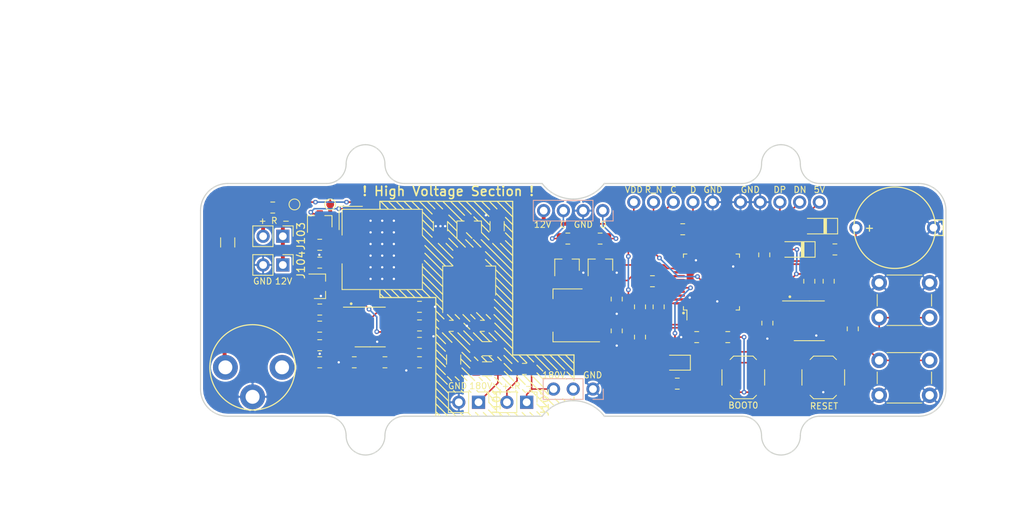
<source format=kicad_pcb>
(kicad_pcb (version 20171130) (host pcbnew "(5.1.5-0-10_14)")
  (layers (0 F.Cu signal) (31 B.Cu signal) (34 B.Paste user hide) (35 F.Paste user hide) (36 B.SilkS user) (37 F.SilkS user) (38 B.Mask user) (39 F.Mask user) (44 Edge.Cuts user))
  (net 0 "")
  (net 1 /+3.3V_BU)
  (net 2 GND)
  (net 3 /+180V)
  (net 4 /RESET_N)
  (net 5 /DISP_DIN_12V)
  (net 6 /DISP_CLK_12V)
  (net 7 /DISP_CLK_3.3V_N)
  (net 8 /DISP_DIN_3.3V_N)
  (net 9 "Net-(U1-Pad26)")
  (net 10 "Net-(U1-Pad27)")
  (net 11 "Net-(F1-Pad2)")
  (net 12 "Net-(J5-Pad3)")
  (net 13 /TIME_FWD_N)
  (net 14 /TIME_REV_N)
  (net 15 +3V3)
  (net 16 +12V)
  (net 17 /BOOST_FB)
  (net 18 "Net-(C16-Pad2)")
  (net 19 "Net-(C17-Pad1)")
  (net 20 "Net-(C18-Pad2)")
  (net 21 /USB_VBUS)
  (net 22 /SWDIO)
  (net 23 /SWCLK)
  (net 24 /USB_DP)
  (net 25 /USB_DN)
  (net 26 "Net-(J3-Pad2)")
  (net 27 /BOOST_EN_N)
  (net 28 /LED_DEBUG)
  (net 29 "Net-(U1-Pad46)")
  (net 30 "Net-(U1-Pad45)")
  (net 31 "Net-(U1-Pad43)")
  (net 32 "Net-(U1-Pad42)")
  (net 33 "Net-(U1-Pad40)")
  (net 34 "Net-(U1-Pad38)")
  (net 35 "Net-(U1-Pad31)")
  (net 36 "Net-(U1-Pad28)")
  (net 37 "Net-(U1-Pad25)")
  (net 38 "Net-(U1-Pad19)")
  (net 39 "Net-(U1-Pad18)")
  (net 40 "Net-(U1-Pad17)")
  (net 41 "Net-(U1-Pad16)")
  (net 42 "Net-(U1-Pad15)")
  (net 43 "Net-(U1-Pad12)")
  (net 44 "Net-(U1-Pad11)")
  (net 45 "Net-(U1-Pad10)")
  (net 46 /COMP)
  (net 47 /I2C_SCL)
  (net 48 /I2C_SDA)
  (net 49 "Net-(U4-Pad3)")
  (net 50 "Net-(D1-Pad3)")
  (net 51 "Net-(D4-Pad2)")
  (net 52 "Net-(Q5-Pad3)")
  (net 53 "Net-(Q5-Pad1)")
  (net 54 /BOOT0)
  (net 55 "Net-(U1-Pad20)")
  (net 56 "Net-(U1-Pad6)")
  (net 57 "Net-(U1-Pad5)")
  (net 58 "Net-(U1-Pad4)")
  (net 59 "Net-(U4-Pad4)")
  (net 60 "Net-(U4-Pad1)")
  (net 61 "Net-(U1-Pad30)")
  (net 62 "Net-(U1-Pad29)")
  (net 63 /V_FB_I)
  (net 64 /V_SW)
  (net 65 "Net-(C8-Pad2)")
  (net 66 "Net-(D3-Pad1)")
  (net 67 "Net-(Q4-Pad1)")
  (net 68 "Net-(Q4-Pad3)")
  (net 69 "Net-(R11-Pad2)")
  (module Connector_PinHeader_2.54mm:PinHeader_1x02_P2.54mm_Vertical (layer F.Cu) (at 62.6 56.8 270)
    (fp_text reference J103 (at 0 -2.33 90) (layer F.SilkS))
    (fp_text value NOSTUFF)
    (pad 2 thru_hole oval (at 0 2.54 270) (size 1.7 1.7) (drill 1) (layers *.Cu *.Mask) (net 16 +12V))
    (pad 1 thru_hole rect (at 0 0 270) (size 1.7 1.7) (drill 1) (layers *.Cu *.Mask) (net 16 +12V))
  )
  (module Connector_PinHeader_2.54mm:PinHeader_1x02_P2.54mm_Vertical (layer F.Cu) (at 62.6 60.5 270)
    (fp_text reference J104 (at 0 -2.33 90) (layer F.SilkS))
    (fp_text value NOSTUFF)
    (pad 2 thru_hole oval (at 0 2.54 270) (size 1.7 1.7) (drill 1) (layers *.Cu *.Mask) (net 2 GND))
    (pad 1 thru_hole rect (at 0 0 270) (size 1.7 1.7) (drill 1) (layers *.Cu *.Mask) (net 16 +12V))
  )
  (module Connector_PinHeader_2.54mm:PinHeader_1x02_P2.54mm_Vertical (layer F.Cu) (at 94 78.2 270)
    (fp_text reference J102 (at 0 -2.33 90) (layer F.SilkS))
    (fp_text value NOSTUFF)
    (pad 2 thru_hole oval (at 0 2.54 270) (size 1.7 1.7) (drill 1) (layers *.Cu *.Mask) (net 3 /+180V))
    (pad 1 thru_hole rect (at 0 0 270) (size 1.7 1.7) (drill 1) (layers *.Cu *.Mask) (net 3 /+180V))
  )
  (module Connector_PinHeader_2.54mm:PinHeader_1x02_P2.54mm_Vertical (layer F.Cu) (at 87.8 78.2 270)
    (fp_text reference J101 (at 0 -2.33 90) (layer F.SilkS))
    (fp_text value NOSTUFF)
    (pad 2 thru_hole oval (at 0 2.54 270) (size 1.7 1.7) (drill 1) (layers *.Cu *.Mask) (net 2 GND))
    (pad 1 thru_hole rect (at 0 0 270) (size 1.7 1.7) (drill 1) (layers *.Cu *.Mask) (net 3 /+180V))
  )
  (module Fuse:Fuse_1206_3216Metric_Pad1.42x1.75mm_HandSolder (layer F.Cu) (at 55.5 57.6 270)
    (fp_text reference F1 hide)
    (fp_text value "250 mA")
    (pad 2 smd roundrect (at 1.4875 0 270) (size 1.425 1.75) (layers F.Cu F.Paste F.Mask) (roundrect_rratio 0.175439) (net 11 "Net-(F1-Pad2)"))
    (pad 1 smd roundrect (at -1.4875 0 270) (size 1.425 1.75) (layers F.Cu F.Paste F.Mask) (roundrect_rratio 0.175439) (net 16 +12V))
  )
  (module TestPoint:TestPoint_Pad_D1.0mm (layer F.Cu) (at 64.1 52.7)
    (fp_text reference TP2 hide)
    (fp_text value TestPoint)
    (pad 1 smd circle (at 0 0) (size 1 1) (layers F.Cu F.Mask) (net 16 +12V))
  )
  (module Resistor_SMD:R_0805_2012Metric (layer F.Cu) (at 61.3 53.1 180)
    (fp_text reference R102 hide)
    (fp_text value NOSTUFF)
    (pad 2 smd roundrect (at 0.9375 0 180) (size 0.975 1.4) (layers F.Cu F.Paste F.Mask) (net 16 +12V))
    (pad 1 smd roundrect (at -0.9375 0 180) (size 0.975 1.4) (layers F.Cu F.Paste F.Mask) (net 16 +12V))
  )
  (module TestPoint:TestPoint_Pad_D1.0mm (layer F.Cu) (at 68.7 52.7)
    (fp_text reference TP1 hide)
    (fp_text value TestPoint)
    (pad 1 smd circle (at 0 0) (size 1 1) (layers F.Cu F.Mask) (net 16 +12V))
  )
  (module Resistor_SMD:R_0805_2012Metric (layer F.Cu) (at 93.7 73.9)
    (fp_text reference R101 hide)
    (fp_text value NOSTUFF)
    (pad 2 smd roundrect (at 0.9375 0) (size 0.975 1.4) (layers F.Cu F.Paste F.Mask) (net 3 /+180V))
    (pad 1 smd roundrect (at -0.9375 0) (size 0.975 1.4) (layers F.Cu F.Paste F.Mask) (net 3 /+180V))
  )
  (module Resistor_SMD:R_1206_3216Metric (layer F.Cu) (at 82.9 55.5 90)
    (fp_text reference R20 hide)
    (fp_text value "120 1/4W")
    (pad 2 smd roundrect (at 1.4 0 90) (size 1.25 1.75) (layers F.Cu F.Paste F.Mask) (roundrect_rratio 0.2) (net 68 "Net-(Q4-Pad3)"))
    (pad 1 smd roundrect (at -1.4 0 90) (size 1.25 1.75) (layers F.Cu F.Paste F.Mask) (roundrect_rratio 0.2) (net 50 "Net-(D1-Pad3)"))
  )
  (module Button_Switch_SMD:SW_SPST_TL3342 (layer F.Cu) (at 121.9 75 180)
    (fp_text reference SW4 hide)
    (fp_text value SW_Push)
    (pad 2 smd rect (at 3.15 1.9 180) (size 1.7 1) (layers F.Cu F.Paste F.Mask) (net 54 /BOOT0))
    (pad 2 smd rect (at -3.15 1.9 180) (size 1.7 1) (layers F.Cu F.Paste F.Mask) (net 54 /BOOT0))
    (pad 1 smd rect (at 3.15 -1.9 180) (size 1.7 1) (layers F.Cu F.Paste F.Mask) (net 15 +3V3))
    (pad 1 smd rect (at -3.15 -1.9 180) (size 1.7 1) (layers F.Cu F.Paste F.Mask) (net 15 +3V3))
  )
  (module Button_Switch_SMD:SW_SPST_TL3342 (layer F.Cu) (at 132.2 75 180)
    (fp_text reference SW3 hide)
    (fp_text value SW_Push)
    (pad 2 smd rect (at 3.15 1.9 180) (size 1.7 1) (layers F.Cu F.Paste F.Mask) (net 4 /RESET_N))
    (pad 2 smd rect (at -3.15 1.9 180) (size 1.7 1) (layers F.Cu F.Paste F.Mask) (net 4 /RESET_N))
    (pad 1 smd rect (at 3.15 -1.9 180) (size 1.7 1) (layers F.Cu F.Paste F.Mask) (net 2 GND))
    (pad 1 smd rect (at -3.15 -1.9 180) (size 1.7 1) (layers F.Cu F.Paste F.Mask) (net 2 GND))
  )
  (module Package_TO_SOT_SMD:SOT-23 (layer F.Cu) (at 67.35 63.25)
    (fp_text reference Q3 hide)
    (fp_text value 2N7002)
    (pad 3 smd rect (at 1 0) (size 0.9 0.8) (layers F.Cu F.Paste F.Mask) (net 46 /COMP))
    (pad 2 smd rect (at -1 0.95) (size 0.9 0.8) (layers F.Cu F.Paste F.Mask) (net 2 GND))
    (pad 1 smd rect (at -1 -0.95) (size 0.9 0.8) (layers F.Cu F.Paste F.Mask) (net 27 /BOOST_EN_N))
  )
  (module Package_TO_SOT_SMD:SOT-23 (layer F.Cu) (at 103.5 60.5 90)
    (fp_text reference Q2 hide)
    (fp_text value 2N7002)
    (pad 3 smd rect (at 1 0 90) (size 0.9 0.8) (layers F.Cu F.Paste F.Mask) (net 5 /DISP_DIN_12V))
    (pad 2 smd rect (at -1 0.95 90) (size 0.9 0.8) (layers F.Cu F.Paste F.Mask) (net 2 GND))
    (pad 1 smd rect (at -1 -0.95 90) (size 0.9 0.8) (layers F.Cu F.Paste F.Mask) (net 8 /DISP_DIN_3.3V_N))
  )
  (module Package_TO_SOT_SMD:SOT-23 (layer F.Cu) (at 99.2 60.5 90)
    (fp_text reference Q1 hide)
    (fp_text value 2N7002)
    (pad 3 smd rect (at 1 0 90) (size 0.9 0.8) (layers F.Cu F.Paste F.Mask) (net 6 /DISP_CLK_12V))
    (pad 2 smd rect (at -1 0.95 90) (size 0.9 0.8) (layers F.Cu F.Paste F.Mask) (net 2 GND))
    (pad 1 smd rect (at -1 -0.95 90) (size 0.9 0.8) (layers F.Cu F.Paste F.Mask) (net 7 /DISP_CLK_3.3V_N))
  )
  (module Resistor_SMD:R_0805_2012Metric (layer F.Cu) (at 110.2 62.6)
    (fp_text reference R6 hide)
    (fp_text value 4.99k)
    (pad 2 smd roundrect (at 0.9375 0) (size 0.975 1.4) (layers F.Cu F.Paste F.Mask) (net 54 /BOOT0))
    (pad 1 smd roundrect (at -0.9375 0) (size 0.975 1.4) (layers F.Cu F.Paste F.Mask) (net 2 GND))
  )
  (module Package_TO_SOT_SMD:SOT-23 (layer F.Cu) (at 67.35 54.9 90)
    (fp_text reference Q4 hide)
    (fp_text value BSS84)
    (pad 3 smd rect (at 1 0 90) (size 0.9 0.8) (layers F.Cu F.Paste F.Mask) (net 68 "Net-(Q4-Pad3)"))
    (pad 2 smd rect (at -1 0.95 90) (size 0.9 0.8) (layers F.Cu F.Paste F.Mask) (net 16 +12V))
    (pad 1 smd rect (at -1 -0.95 90) (size 0.9 0.8) (layers F.Cu F.Paste F.Mask) (net 67 "Net-(Q4-Pad1)"))
  )
  (module Inductor_SMD:L_TDK_SLF10145 (layer F.Cu) (at 75.4 58.5)
    (fp_text reference L1 hide)
    (fp_text value 47u)
    (fp_text user "" (at -49 0.05) (layer F.SilkS) (effects (font (size 3 3))))
    (pad 2 smd roundrect (at 4.05 0) (size 2.5 3.2) (layers F.Cu F.Paste F.Mask) (net 64 /V_SW))
    (pad 1 smd roundrect (at -4.05 0) (size 2.5 3.2) (layers F.Cu F.Paste F.Mask) (net 16 +12V))
  )
  (module Package_TO_SOT_SMD:SOT-23 (layer F.Cu) (at 86.6 55.6 90)
    (fp_text reference D1 hide)
    (fp_text value BAT240)
    (pad 3 smd rect (at 1 0 90) (size 0.9 0.8) (layers F.Cu F.Paste F.Mask) (net 50 "Net-(D1-Pad3)"))
    (pad 2 smd rect (at -1 0.95 90) (size 0.9 0.8) (layers F.Cu F.Paste F.Mask) (net 3 /+180V))
    (pad 1 smd rect (at -1 -0.95 90) (size 0.9 0.8) (layers F.Cu F.Paste F.Mask) (net 64 /V_SW))
  )
  (module Capacitor_SMD:C_0805_2012Metric (layer F.Cu) (at 136 68.7375 270)
    (fp_text reference C7 hide)
    (fp_text value 1u)
    (pad 2 smd roundrect (at 0.9375 0 270) (size 0.975 1.4) (layers F.Cu F.Paste F.Mask) (net 2 GND))
    (pad 1 smd roundrect (at -0.9375 0 270) (size 0.975 1.4) (layers F.Cu F.Paste F.Mask) (net 1 /+3.3V_BU))
  )
  (module Package_QFP:LQFP-48_7x7mm_P0.5mm (layer F.Cu) (at 117.8 62.7 90)
    (fp_text reference U1 hide)
    (fp_text value STM32F042C6Tx)
    (pad 48 smd roundrect (at -2.75 -4.1625 90) (size 0.3 1.475) (layers F.Cu F.Paste F.Mask) (net 15 +3V3))
    (pad 47 smd roundrect (at -2.25 -4.1625 90) (size 0.3 1.475) (layers F.Cu F.Paste F.Mask) (net 2 GND))
    (pad 46 smd roundrect (at -1.75 -4.1625 90) (size 0.3 1.475) (layers F.Cu F.Paste F.Mask) (net 29 "Net-(U1-Pad46)"))
    (pad 45 smd roundrect (at -1.25 -4.1625 90) (size 0.3 1.475) (layers F.Cu F.Paste F.Mask) (net 30 "Net-(U1-Pad45)"))
    (pad 44 smd roundrect (at -0.75 -4.1625 90) (size 0.3 1.475) (layers F.Cu F.Paste F.Mask) (net 54 /BOOT0))
    (pad 43 smd roundrect (at -0.25 -4.1625 90) (size 0.3 1.475) (layers F.Cu F.Paste F.Mask) (net 31 "Net-(U1-Pad43)"))
    (pad 42 smd roundrect (at 0.25 -4.1625 90) (size 0.3 1.475) (layers F.Cu F.Paste F.Mask) (net 32 "Net-(U1-Pad42)"))
    (pad 41 smd roundrect (at 0.75 -4.1625 90) (size 0.3 1.475) (layers F.Cu F.Paste F.Mask) (net 8 /DISP_DIN_3.3V_N))
    (pad 40 smd roundrect (at 1.25 -4.1625 90) (size 0.3 1.475) (layers F.Cu F.Paste F.Mask) (net 33 "Net-(U1-Pad40)"))
    (pad 39 smd roundrect (at 1.75 -4.1625 90) (size 0.3 1.475) (layers F.Cu F.Paste F.Mask) (net 7 /DISP_CLK_3.3V_N))
    (pad 38 smd roundrect (at 2.25 -4.1625 90) (size 0.3 1.475) (layers F.Cu F.Paste F.Mask) (net 34 "Net-(U1-Pad38)"))
    (pad 37 smd roundrect (at 2.75 -4.1625 90) (size 0.3 1.475) (layers F.Cu F.Paste F.Mask) (net 23 /SWCLK))
    (pad 36 smd roundrect (at 4.1625 -2.75 90) (size 1.475 0.3) (layers F.Cu F.Paste F.Mask) (net 15 +3V3))
    (pad 35 smd roundrect (at 4.1625 -2.25 90) (size 1.475 0.3) (layers F.Cu F.Paste F.Mask) (net 2 GND))
    (pad 34 smd roundrect (at 4.1625 -1.75 90) (size 1.475 0.3) (layers F.Cu F.Paste F.Mask) (net 22 /SWDIO))
    (pad 33 smd roundrect (at 4.1625 -1.25 90) (size 1.475 0.3) (layers F.Cu F.Paste F.Mask) (net 24 /USB_DP))
    (pad 32 smd roundrect (at 4.1625 -0.75 90) (size 1.475 0.3) (layers F.Cu F.Paste F.Mask) (net 25 /USB_DN))
    (pad 31 smd roundrect (at 4.1625 -0.25 90) (size 1.475 0.3) (layers F.Cu F.Paste F.Mask) (net 35 "Net-(U1-Pad31)"))
    (pad 30 smd roundrect (at 4.1625 0.25 90) (size 1.475 0.3) (layers F.Cu F.Paste F.Mask) (net 61 "Net-(U1-Pad30)"))
    (pad 29 smd roundrect (at 4.1625 0.75 90) (size 1.475 0.3) (layers F.Cu F.Paste F.Mask) (net 62 "Net-(U1-Pad29)"))
    (pad 28 smd roundrect (at 4.1625 1.25 90) (size 1.475 0.3) (layers F.Cu F.Paste F.Mask) (net 36 "Net-(U1-Pad28)"))
    (pad 27 smd roundrect (at 4.1625 1.75 90) (size 1.475 0.3) (layers F.Cu F.Paste F.Mask) (net 10 "Net-(U1-Pad27)"))
    (pad 26 smd roundrect (at 4.1625 2.25 90) (size 1.475 0.3) (layers F.Cu F.Paste F.Mask) (net 9 "Net-(U1-Pad26)"))
    (pad 25 smd roundrect (at 4.1625 2.75 90) (size 1.475 0.3) (layers F.Cu F.Paste F.Mask) (net 37 "Net-(U1-Pad25)"))
    (pad 24 smd roundrect (at 2.75 4.1625 90) (size 0.3 1.475) (layers F.Cu F.Paste F.Mask) (net 15 +3V3))
    (pad 23 smd roundrect (at 2.25 4.1625 90) (size 0.3 1.475) (layers F.Cu F.Paste F.Mask) (net 2 GND))
    (pad 22 smd roundrect (at 1.75 4.1625 90) (size 0.3 1.475) (layers F.Cu F.Paste F.Mask) (net 48 /I2C_SDA))
    (pad 21 smd roundrect (at 1.25 4.1625 90) (size 0.3 1.475) (layers F.Cu F.Paste F.Mask) (net 47 /I2C_SCL))
    (pad 20 smd roundrect (at 0.75 4.1625 90) (size 0.3 1.475) (layers F.Cu F.Paste F.Mask) (net 55 "Net-(U1-Pad20)"))
    (pad 19 smd roundrect (at 0.25 4.1625 90) (size 0.3 1.475) (layers F.Cu F.Paste F.Mask) (net 38 "Net-(U1-Pad19)"))
    (pad 18 smd roundrect (at -0.25 4.1625 90) (size 0.3 1.475) (layers F.Cu F.Paste F.Mask) (net 39 "Net-(U1-Pad18)"))
    (pad 17 smd roundrect (at -0.75 4.1625 90) (size 0.3 1.475) (layers F.Cu F.Paste F.Mask) (net 40 "Net-(U1-Pad17)"))
    (pad 16 smd roundrect (at -1.25 4.1625 90) (size 0.3 1.475) (layers F.Cu F.Paste F.Mask) (net 41 "Net-(U1-Pad16)"))
    (pad 15 smd roundrect (at -1.75 4.1625 90) (size 0.3 1.475) (layers F.Cu F.Paste F.Mask) (net 42 "Net-(U1-Pad15)"))
    (pad 14 smd roundrect (at -2.25 4.1625 90) (size 0.3 1.475) (layers F.Cu F.Paste F.Mask) (net 13 /TIME_FWD_N))
    (pad 13 smd roundrect (at -2.75 4.1625 90) (size 0.3 1.475) (layers F.Cu F.Paste F.Mask) (net 14 /TIME_REV_N))
    (pad 12 smd roundrect (at -4.1625 2.75 90) (size 1.475 0.3) (layers F.Cu F.Paste F.Mask) (net 43 "Net-(U1-Pad12)"))
    (pad 11 smd roundrect (at -4.1625 2.25 90) (size 1.475 0.3) (layers F.Cu F.Paste F.Mask) (net 44 "Net-(U1-Pad11)"))
    (pad 10 smd roundrect (at -4.1625 1.75 90) (size 1.475 0.3) (layers F.Cu F.Paste F.Mask) (net 45 "Net-(U1-Pad10)"))
    (pad 9 smd roundrect (at -4.1625 1.25 90) (size 1.475 0.3) (layers F.Cu F.Paste F.Mask) (net 15 +3V3))
    (pad 8 smd roundrect (at -4.1625 0.75 90) (size 1.475 0.3) (layers F.Cu F.Paste F.Mask) (net 2 GND))
    (pad 7 smd roundrect (at -4.1625 0.25 90) (size 1.475 0.3) (layers F.Cu F.Paste F.Mask) (net 4 /RESET_N))
    (pad 6 smd roundrect (at -4.1625 -0.25 90) (size 1.475 0.3) (layers F.Cu F.Paste F.Mask) (net 56 "Net-(U1-Pad6)"))
    (pad 5 smd roundrect (at -4.1625 -0.75 90) (size 1.475 0.3) (layers F.Cu F.Paste F.Mask) (net 57 "Net-(U1-Pad5)"))
    (pad 4 smd roundrect (at -4.1625 -1.25 90) (size 1.475 0.3) (layers F.Cu F.Paste F.Mask) (net 58 "Net-(U1-Pad4)"))
    (pad 3 smd roundrect (at -4.1625 -1.75 90) (size 1.475 0.3) (layers F.Cu F.Paste F.Mask) (net 28 /LED_DEBUG))
    (pad 2 smd roundrect (at -4.1625 -2.25 90) (size 1.475 0.3) (layers F.Cu F.Paste F.Mask) (net 27 /BOOST_EN_N))
    (pad 1 smd roundrect (at -4.1625 -2.75 90) (size 1.475 0.3) (layers F.Cu F.Paste F.Mask) (net 15 +3V3))
  )
  (module Package_SO:SOIC-8_3.9x4.9mm_P1.27mm (layer F.Cu) (at 130.4 67.7)
    (fp_text reference U4 hide)
    (fp_text value DS3231MZ)
    (pad 8 smd roundrect (at 2.475 -1.905) (size 1.95 0.6) (layers F.Cu F.Paste F.Mask) (net 47 /I2C_SCL))
    (pad 7 smd roundrect (at 2.475 -0.635) (size 1.95 0.6) (layers F.Cu F.Paste F.Mask) (net 48 /I2C_SDA))
    (pad 6 smd roundrect (at 2.475 0.635) (size 1.95 0.6) (layers F.Cu F.Paste F.Mask) (net 1 /+3.3V_BU))
    (pad 5 smd roundrect (at 2.475 1.905) (size 1.95 0.6) (layers F.Cu F.Paste F.Mask) (net 2 GND))
    (pad 4 smd roundrect (at -2.475 1.905) (size 1.95 0.6) (layers F.Cu F.Paste F.Mask) (net 59 "Net-(U4-Pad4)"))
    (pad 3 smd roundrect (at -2.475 0.635) (size 1.95 0.6) (layers F.Cu F.Paste F.Mask) (net 49 "Net-(U4-Pad3)"))
    (pad 2 smd roundrect (at -2.475 -0.635) (size 1.95 0.6) (layers F.Cu F.Paste F.Mask) (net 15 +3V3))
    (pad 1 smd roundrect (at -2.475 -1.905) (size 1.95 0.6) (layers F.Cu F.Paste F.Mask) (net 60 "Net-(U4-Pad1)"))
  )
  (module Resistor_SMD:R_0805_2012Metric (layer F.Cu) (at 67.35 57.9)
    (fp_text reference R12 hide)
    (fp_text value 10)
    (pad 2 smd roundrect (at 0.9375 0) (size 0.975 1.4) (layers F.Cu F.Paste F.Mask) (net 67 "Net-(Q4-Pad1)"))
    (pad 1 smd roundrect (at -0.9375 0) (size 0.975 1.4) (layers F.Cu F.Paste F.Mask) (net 69 "Net-(R11-Pad2)"))
  )
  (module control_module:PinHeader_1x05_P2.54mm_Vertical_NoSilk (layer F.Cu) (at 107.8 52.4 90)
    (fp_text reference J1 hide)
    (fp_text value Conn_01x05)
    (pad 5 thru_hole oval (at 0 10.16 90) (size 1.7 1.7) (drill 1) (layers *.Cu *.Mask) (net 2 GND))
    (pad 4 thru_hole oval (at 0 7.62 90) (size 1.7 1.7) (drill 1) (layers *.Cu *.Mask) (net 22 /SWDIO))
    (pad 3 thru_hole oval (at 0 5.08 90) (size 1.7 1.7) (drill 1) (layers *.Cu *.Mask) (net 23 /SWCLK))
    (pad 2 thru_hole oval (at 0 2.54 90) (size 1.7 1.7) (drill 1) (layers *.Cu *.Mask) (net 4 /RESET_N))
    (pad 1 thru_hole circle (at 0 0 90) (size 1.7 1.7) (drill 1) (layers *.Cu *.Mask) (net 15 +3V3))
  )
  (module control_module:PinHeader_1x05_P2.54mm_Vertical_NoSilk (layer F.Cu) (at 131.7 52.4 270)
    (fp_text reference J2 hide)
    (fp_text value Conn_01x05)
    (pad 5 thru_hole oval (at 0 10.16 270) (size 1.7 1.7) (drill 1) (layers *.Cu *.Mask) (net 2 GND))
    (pad 4 thru_hole oval (at 0 7.62 270) (size 1.7 1.7) (drill 1) (layers *.Cu *.Mask) (net 2 GND))
    (pad 3 thru_hole oval (at 0 5.08 270) (size 1.7 1.7) (drill 1) (layers *.Cu *.Mask) (net 24 /USB_DP))
    (pad 2 thru_hole oval (at 0 2.54 270) (size 1.7 1.7) (drill 1) (layers *.Cu *.Mask) (net 25 /USB_DN))
    (pad 1 thru_hole circle (at 0 0 270) (size 1.7 1.7) (drill 1) (layers *.Cu *.Mask) (net 21 /USB_VBUS))
  )
  (module Resistor_SMD:R_0805_2012Metric (layer F.Cu) (at 130.4 62.6 90)
    (fp_text reference R3 hide)
    (fp_text value 4.99k)
    (pad 2 smd roundrect (at 0.9375 0 90) (size 0.975 1.4) (layers F.Cu F.Paste F.Mask) (net 15 +3V3))
    (pad 1 smd roundrect (at -0.9375 0 90) (size 0.975 1.4) (layers F.Cu F.Paste F.Mask) (net 48 /I2C_SDA))
  )
  (module Resistor_SMD:R_0805_2012Metric (layer F.Cu) (at 132.9 62.6 90)
    (fp_text reference R4 hide)
    (fp_text value 4.99k)
    (pad 2 smd roundrect (at 0.9375 0 90) (size 0.975 1.4) (layers F.Cu F.Paste F.Mask) (net 15 +3V3))
    (pad 1 smd roundrect (at -0.9375 0 90) (size 0.975 1.4) (layers F.Cu F.Paste F.Mask) (net 47 /I2C_SCL))
  )
  (module Resistor_SMD:R_0805_2012Metric (layer F.Cu) (at 84.3 68.35)
    (fp_text reference R8 hide)
    (fp_text value 4.99k)
    (pad 2 smd roundrect (at 0.9375 0) (size 0.975 1.4) (layers F.Cu F.Paste F.Mask) (net 2 GND))
    (pad 1 smd roundrect (at -0.9375 0) (size 0.975 1.4) (layers F.Cu F.Paste F.Mask) (net 53 "Net-(Q5-Pad1)"))
  )
  (module Capacitor_SMD:C_0805_2012Metric (layer F.Cu) (at 125 68 270)
    (fp_text reference C6 hide)
    (fp_text value 1u)
    (pad 2 smd roundrect (at 0.9375 0 270) (size 0.975 1.4) (layers F.Cu F.Paste F.Mask) (net 2 GND))
    (pad 1 smd roundrect (at -0.9375 0 270) (size 0.975 1.4) (layers F.Cu F.Paste F.Mask) (net 15 +3V3))
  )
  (module Package_TO_SOT_SMD:SOT-223-3_TabPin2 (layer F.Cu) (at 99.3 67 180)
    (fp_text reference U3 hide)
    (fp_text value AZ1117EH-3.3)
    (pad 1 smd rect (at -3.15 -2.3 180) (size 2 1.5) (layers F.Cu F.Paste F.Mask) (net 2 GND))
    (pad 3 smd rect (at -3.15 2.3 180) (size 2 1.5) (layers F.Cu F.Paste F.Mask) (net 16 +12V))
    (pad 2 smd rect (at -3.15 0 180) (size 2 1.5) (layers F.Cu F.Paste F.Mask) (net 15 +3V3))
    (pad 2 smd rect (at 3.15 0 180) (size 2 3.8) (layers F.Cu F.Paste F.Mask) (net 15 +3V3))
  )
  (module Package_SO:SOIC-8_3.9x4.9mm_P1.27mm (layer F.Cu) (at 73.85 68.5)
    (fp_text reference U2 hide)
    (fp_text value UC3843_SOIC8)
    (pad 8 smd roundrect (at 2.475 -1.905) (size 1.95 0.6) (layers F.Cu F.Paste F.Mask) (net 65 "Net-(C8-Pad2)"))
    (pad 7 smd roundrect (at 2.475 -0.635) (size 1.95 0.6) (layers F.Cu F.Paste F.Mask) (net 16 +12V))
    (pad 6 smd roundrect (at 2.475 0.635) (size 1.95 0.6) (layers F.Cu F.Paste F.Mask) (net 69 "Net-(R11-Pad2)"))
    (pad 5 smd roundrect (at 2.475 1.905) (size 1.95 0.6) (layers F.Cu F.Paste F.Mask) (net 2 GND))
    (pad 4 smd roundrect (at -2.475 1.905) (size 1.95 0.6) (layers F.Cu F.Paste F.Mask) (net 20 "Net-(C18-Pad2)"))
    (pad 3 smd roundrect (at -2.475 0.635) (size 1.95 0.6) (layers F.Cu F.Paste F.Mask) (net 19 "Net-(C17-Pad1)"))
    (pad 2 smd roundrect (at -2.475 -0.635) (size 1.95 0.6) (layers F.Cu F.Paste F.Mask) (net 17 /BOOST_FB))
    (pad 1 smd roundrect (at -2.475 -1.905) (size 1.95 0.6) (layers F.Cu F.Paste F.Mask) (net 46 /COMP))
  )
  (module Button_Switch_THT:SW_PUSH_6mm_H4.3mm (layer F.Cu) (at 139.4 62.8)
    (fp_text reference SW1 hide)
    (fp_text value SW_Push)
    (pad 1 thru_hole circle (at 6.5 0 90) (size 2 2) (drill 1.1) (layers *.Cu *.Mask) (net 2 GND))
    (pad 2 thru_hole circle (at 6.5 4.5 90) (size 2 2) (drill 1.1) (layers *.Cu *.Mask) (net 13 /TIME_FWD_N))
    (pad 1 thru_hole circle (at 0 0 90) (size 2 2) (drill 1.1) (layers *.Cu *.Mask) (net 2 GND))
    (pad 2 thru_hole circle (at 0 4.5 90) (size 2 2) (drill 1.1) (layers *.Cu *.Mask) (net 13 /TIME_FWD_N))
  )
  (module Button_Switch_THT:SW_PUSH_6mm_H4.3mm (layer F.Cu) (at 145.9 77.3 180)
    (fp_text reference SW2 hide)
    (fp_text value SW_Push)
    (pad 1 thru_hole circle (at 6.5 0 270) (size 2 2) (drill 1.1) (layers *.Cu *.Mask) (net 2 GND))
    (pad 2 thru_hole circle (at 6.5 4.5 270) (size 2 2) (drill 1.1) (layers *.Cu *.Mask) (net 14 /TIME_REV_N))
    (pad 1 thru_hole circle (at 0 0 270) (size 2 2) (drill 1.1) (layers *.Cu *.Mask) (net 2 GND))
    (pad 2 thru_hole circle (at 0 4.5 270) (size 2 2) (drill 1.1) (layers *.Cu *.Mask) (net 14 /TIME_REV_N))
  )
  (module Resistor_SMD:R_0805_2012Metric (layer F.Cu) (at 133.7 58.5 180)
    (fp_text reference R13 hide)
    (fp_text value 100)
    (pad 2 smd roundrect (at 0.9375 0 180) (size 0.975 1.4) (layers F.Cu F.Paste F.Mask) (net 66 "Net-(D3-Pad1)"))
    (pad 1 smd roundrect (at -0.9375 0 180) (size 0.975 1.4) (layers F.Cu F.Paste F.Mask) (net 1 /+3.3V_BU))
  )
  (module Resistor_SMD:R_0805_2012Metric (layer F.Cu) (at 108.6 69.8 270)
    (fp_text reference R7 hide)
    (fp_text value 4.99k)
    (pad 2 smd roundrect (at 0.9375 0 270) (size 0.975 1.4) (layers F.Cu F.Paste F.Mask) (net 27 /BOOST_EN_N))
    (pad 1 smd roundrect (at -0.9375 0 270) (size 0.975 1.4) (layers F.Cu F.Paste F.Mask) (net 15 +3V3))
  )
  (module Resistor_SMD:R_0805_2012Metric (layer F.Cu) (at 80.2 73.05 180)
    (fp_text reference R9 hide)
    (fp_text value "4.99k 1%")
    (pad 2 smd roundrect (at 0.9375 0 180) (size 0.975 1.4) (layers F.Cu F.Paste F.Mask) (net 2 GND))
    (pad 1 smd roundrect (at -0.9375 0 180) (size 0.975 1.4) (layers F.Cu F.Paste F.Mask) (net 17 /BOOST_FB))
  )
  (module Resistor_SMD:R_0805_2012Metric (layer F.Cu) (at 88.3 68.35 180)
    (fp_text reference R10 hide)
    (fp_text value "1 1%")
    (pad 2 smd roundrect (at 0.9375 0 180) (size 0.975 1.4) (layers F.Cu F.Paste F.Mask) (net 2 GND))
    (pad 1 smd roundrect (at -0.9375 0 180) (size 0.975 1.4) (layers F.Cu F.Paste F.Mask) (net 52 "Net-(Q5-Pad3)"))
  )
  (module Resistor_SMD:R_0805_2012Metric (layer F.Cu) (at 75.75 73.05)
    (fp_text reference R16 hide)
    (fp_text value "3.92k 1%")
    (pad 2 smd roundrect (at 0.9375 0) (size 0.975 1.4) (layers F.Cu F.Paste F.Mask) (net 65 "Net-(C8-Pad2)"))
    (pad 1 smd roundrect (at -0.9375 0) (size 0.975 1.4) (layers F.Cu F.Paste F.Mask) (net 20 "Net-(C18-Pad2)"))
  )
  (module Resistor_SMD:R_0805_2012Metric (layer F.Cu) (at 67.35 73.05)
    (fp_text reference R14 hide)
    (fp_text value 100)
    (pad 2 smd roundrect (at 0.9375 0) (size 0.975 1.4) (layers F.Cu F.Paste F.Mask) (net 19 "Net-(C17-Pad1)"))
    (pad 1 smd roundrect (at -0.9375 0) (size 0.975 1.4) (layers F.Cu F.Paste F.Mask) (net 52 "Net-(Q5-Pad3)"))
  )
  (module Resistor_SMD:R_1206_3216Metric (layer F.Cu) (at 88.9 71.3 180)
    (fp_text reference R19 hide)
    (fp_text value "340k 1%")
    (pad 2 smd roundrect (at 1.4 0 180) (size 1.25 1.75) (layers F.Cu F.Paste F.Mask) (roundrect_rratio 0.2) (net 63 /V_FB_I))
    (pad 1 smd roundrect (at -1.4 0 180) (size 1.25 1.75) (layers F.Cu F.Paste F.Mask) (roundrect_rratio 0.2) (net 3 /+180V))
  )
  (module Resistor_SMD:R_1206_3216Metric (layer F.Cu) (at 84.6 72.7 270)
    (fp_text reference R18 hide)
    (fp_text value "15k 1%")
    (pad 2 smd roundrect (at 1.4 0 270) (size 1.25 1.75) (layers F.Cu F.Paste F.Mask) (roundrect_rratio 0.2) (net 17 /BOOST_FB))
    (pad 1 smd roundrect (at -1.4 0 270) (size 1.25 1.75) (layers F.Cu F.Paste F.Mask) (roundrect_rratio 0.2) (net 63 /V_FB_I))
  )
  (module Resistor_SMD:R_0805_2012Metric (layer F.Cu) (at 80.2 68.3 180)
    (fp_text reference R11 hide)
    (fp_text value 10)
    (pad 2 smd roundrect (at 0.9375 0 180) (size 0.975 1.4) (layers F.Cu F.Paste F.Mask) (net 69 "Net-(R11-Pad2)"))
    (pad 1 smd roundrect (at -0.9375 0 180) (size 0.975 1.4) (layers F.Cu F.Paste F.Mask) (net 53 "Net-(Q5-Pad1)"))
  )
  (module Resistor_SMD:R_0805_2012Metric (layer F.Cu) (at 67.35 68.45)
    (fp_text reference R17 hide)
    (fp_text value "22.1k 1%")
    (pad 2 smd roundrect (at 0.9375 0) (size 0.975 1.4) (layers F.Cu F.Paste F.Mask) (net 17 /BOOST_FB))
    (pad 1 smd roundrect (at -0.9375 0) (size 0.975 1.4) (layers F.Cu F.Paste F.Mask) (net 18 "Net-(C16-Pad2)"))
  )
  (module Resistor_SMD:R_0805_2012Metric (layer F.Cu) (at 113.4 75.8)
    (fp_text reference R5 hide)
    (fp_text value 4.99k)
    (pad 2 smd roundrect (at 0.9375 0) (size 0.975 1.4) (layers F.Cu F.Paste F.Mask) (net 15 +3V3))
    (pad 1 smd roundrect (at -0.9375 0) (size 0.975 1.4) (layers F.Cu F.Paste F.Mask) (net 51 "Net-(D4-Pad2)"))
  )
  (module Resistor_SMD:R_0805_2012Metric (layer F.Cu) (at 103.4625 57.1 180)
    (fp_text reference R2 hide)
    (fp_text value 4.99k)
    (pad 2 smd roundrect (at 0.9375 0 180) (size 0.975 1.4) (layers F.Cu F.Paste F.Mask) (net 16 +12V))
    (pad 1 smd roundrect (at -0.9375 0 180) (size 0.975 1.4) (layers F.Cu F.Paste F.Mask) (net 5 /DISP_DIN_12V))
  )
  (module Resistor_SMD:R_0805_2012Metric (layer F.Cu) (at 99.3 57.1)
    (fp_text reference R1 hide)
    (fp_text value 4.99k)
    (pad 2 smd roundrect (at 0.9375 0) (size 0.975 1.4) (layers F.Cu F.Paste F.Mask) (net 16 +12V))
    (pad 1 smd roundrect (at -0.9375 0) (size 0.975 1.4) (layers F.Cu F.Paste F.Mask) (net 6 /DISP_CLK_12V))
  )
  (module Package_TO_SOT_SMD:SOT-223 (layer F.Cu) (at 86.6 62.55 90)
    (fp_text reference Q5 hide)
    (fp_text value IRFL214)
    (pad 1 smd rect (at -3.15 -2.3 90) (size 2 1.5) (layers F.Cu F.Paste F.Mask) (net 53 "Net-(Q5-Pad1)"))
    (pad 3 smd rect (at -3.15 2.3 90) (size 2 1.5) (layers F.Cu F.Paste F.Mask) (net 52 "Net-(Q5-Pad3)"))
    (pad 2 smd rect (at -3.15 0 90) (size 2 1.5) (layers F.Cu F.Paste F.Mask) (net 64 /V_SW))
    (pad 4 smd rect (at 3.15 0 90) (size 2 3.8) (layers F.Cu F.Paste F.Mask) (net 64 /V_SW))
  )
  (module Connector_PinHeader_2.54mm:PinHeader_1x04_P2.54mm_Vertical (layer B.Cu) (at 103.81 53.5 90)
    (fp_text reference J4 hide)
    (fp_text value CONN_01X04)
    (pad 4 thru_hole oval (at 0 -7.62 90) (size 1.7 1.7) (drill 1) (layers *.Cu *.Mask) (net 16 +12V))
    (pad 3 thru_hole oval (at 0 -5.08 90) (size 1.7 1.7) (drill 1) (layers *.Cu *.Mask) (net 6 /DISP_CLK_12V))
    (pad 2 thru_hole oval (at 0 -2.54 90) (size 1.7 1.7) (drill 1) (layers *.Cu *.Mask) (net 2 GND))
    (pad 1 thru_hole circle (at 0 0 90) (size 1.7 1.7) (drill 1) (layers *.Cu *.Mask) (net 5 /DISP_DIN_12V))
  )
  (module Connector_PinHeader_2.54mm:PinHeader_1x03_P2.54mm_Vertical (layer B.Cu) (at 102.54 76.5 90)
    (fp_text reference J3 hide)
    (fp_text value CONN_01X03)
    (pad 3 thru_hole oval (at 0 -5.08 90) (size 1.7 1.7) (drill 1) (layers *.Cu *.Mask) (net 3 /+180V))
    (pad 2 thru_hole oval (at 0 -2.54 90) (size 1.7 1.7) (drill 1) (layers *.Cu *.Mask) (net 26 "Net-(J3-Pad2)"))
    (pad 1 thru_hole circle (at 0 0 90) (size 1.7 1.7) (drill 1) (layers *.Cu *.Mask) (net 2 GND))
  )
  (module MountingHole:MountingHole_2.2mm_M2 (layer F.Cu) (at 126.75 82.5)
    (fp_text reference H4 hide)
    (fp_text value MountingHole)
    (pad 1 np_thru_hole circle (at 0 0) (size 2.2 2.2) (drill 2.2) (layers *.Cu *.Mask))
  )
  (module MountingHole:MountingHole_2.2mm_M2 (layer F.Cu) (at 73.25 82.5)
    (fp_text reference H3 hide)
    (fp_text value MountingHole)
    (pad 1 np_thru_hole circle (at 0 0) (size 2.2 2.2) (drill 2.2) (layers *.Cu *.Mask))
  )
  (module MountingHole:MountingHole_2.2mm_M2 (layer F.Cu) (at 126.75 47.5)
    (fp_text reference H2 hide)
    (fp_text value MountingHole)
    (pad 1 np_thru_hole circle (at 0 0) (size 2.2 2.2) (drill 2.2) (layers *.Cu *.Mask))
  )
  (module MountingHole:MountingHole_2.2mm_M2 (layer F.Cu) (at 73.25 47.5)
    (fp_text reference H1 hide)
    (fp_text value MountingHole)
    (pad 1 np_thru_hole circle (at 0 0) (size 2.2 2.2) (drill 2.2) (layers *.Cu *.Mask))
  )
  (module Diode_SMD:D_SOD-123 (layer F.Cu) (at 128.9 58.5 180)
    (fp_text reference D3 hide)
    (fp_text value BAT54)
    (pad 2 smd rect (at 1.65 0 180) (size 0.9 1.2) (layers F.Cu F.Paste F.Mask) (net 15 +3V3))
    (pad 1 smd rect (at -1.65 0 180) (size 0.9 1.2) (layers F.Cu F.Paste F.Mask) (net 66 "Net-(D3-Pad1)"))
  )
  (module LED_SMD:LED_0805_2012Metric (layer F.Cu) (at 113.4 73.1 180)
    (fp_text reference D4 hide)
    (fp_text value GREEN_LED)
    (pad 2 smd roundrect (at 0.9375 0 180) (size 0.975 1.4) (layers F.Cu F.Paste F.Mask) (net 51 "Net-(D4-Pad2)"))
    (pad 1 smd roundrect (at -0.9375 0 180) (size 0.975 1.4) (layers F.Cu F.Paste F.Mask) (net 28 /LED_DEBUG))
  )
  (module Diode_SMD:D_SOD-123 (layer F.Cu) (at 131.8 55.5 180)
    (fp_text reference D2 hide)
    (fp_text value BAT54)
    (pad 2 smd rect (at 1.65 0 180) (size 0.9 1.2) (layers F.Cu F.Paste F.Mask) (net 21 /USB_VBUS))
    (pad 1 smd rect (at -1.65 0 180) (size 0.9 1.2) (layers F.Cu F.Paste F.Mask) (net 16 +12V))
  )
  (module control_module:EEC-S0HD334H (layer F.Cu) (at 141.4 55.7)
    (fp_text reference C19 hide)
    (fp_text value DX-5R5H334U)
    (fp_text user + (at -3.25 0) (layer F.SilkS))
    (pad 2 thru_hole circle (at 5 0) (size 1.7 1.7) (drill 1) (layers *.Cu *.Mask) (net 2 GND))
    (pad 1 thru_hole circle (at -5 0) (size 1.7 1.7) (drill 1) (layers *.Cu *.Mask) (net 1 /+3.3V_BU))
  )
  (module Capacitor_SMD:C_0805_2012Metric (layer F.Cu) (at 105.6 69 270)
    (fp_text reference C13 hide)
    (fp_text value 10u)
    (pad 2 smd roundrect (at 0.9375 0 270) (size 0.975 1.4) (layers F.Cu F.Paste F.Mask) (net 2 GND))
    (pad 1 smd roundrect (at -0.9375 0 270) (size 0.975 1.4) (layers F.Cu F.Paste F.Mask) (net 15 +3V3))
  )
  (module Capacitor_SMD:C_0805_2012Metric (layer F.Cu) (at 105.6 64.9 270)
    (fp_text reference C12 hide)
    (fp_text value 10u)
    (pad 2 smd roundrect (at 0.9375 0 270) (size 0.975 1.4) (layers F.Cu F.Paste F.Mask) (net 2 GND))
    (pad 1 smd roundrect (at -0.9375 0 270) (size 0.975 1.4) (layers F.Cu F.Paste F.Mask) (net 16 +12V))
  )
  (module Capacitor_SMD:C_0805_2012Metric (layer F.Cu) (at 71.8 73.05)
    (fp_text reference C18 hide)
    (fp_text value 2.2nF)
    (pad 2 smd roundrect (at 0.9375 0) (size 0.975 1.4) (layers F.Cu F.Paste F.Mask) (net 20 "Net-(C18-Pad2)"))
    (pad 1 smd roundrect (at -0.9375 0) (size 0.975 1.4) (layers F.Cu F.Paste F.Mask) (net 2 GND))
  )
  (module Capacitor_SMD:C_0805_2012Metric (layer F.Cu) (at 67.35 70.85 180)
    (fp_text reference C17 hide)
    (fp_text value 240p)
    (pad 2 smd roundrect (at 0.9375 0 180) (size 0.975 1.4) (layers F.Cu F.Paste F.Mask) (net 2 GND))
    (pad 1 smd roundrect (at -0.9375 0 180) (size 0.975 1.4) (layers F.Cu F.Paste F.Mask) (net 19 "Net-(C17-Pad1)"))
  )
  (module Capacitor_SMD:C_0805_2012Metric (layer F.Cu) (at 80.2 70.55 180)
    (fp_text reference C8 hide)
    (fp_text value 1u)
    (pad 2 smd roundrect (at 0.9375 0 180) (size 0.975 1.4) (layers F.Cu F.Paste F.Mask) (net 65 "Net-(C8-Pad2)"))
    (pad 1 smd roundrect (at -0.9375 0 180) (size 0.975 1.4) (layers F.Cu F.Paste F.Mask) (net 2 GND))
  )
  (module Capacitor_SMD:C_1206_3216Metric (layer F.Cu) (at 88.9 73.9 180)
    (fp_text reference C15 hide)
    (fp_text value "100n 250V")
    (pad 2 smd roundrect (at 1.4 0 180) (size 1.25 1.75) (layers F.Cu F.Paste F.Mask) (roundrect_rratio 0.2) (net 63 /V_FB_I))
    (pad 1 smd roundrect (at -1.4 0 180) (size 1.25 1.75) (layers F.Cu F.Paste F.Mask) (roundrect_rratio 0.2) (net 3 /+180V))
  )
  (module Capacitor_SMD:C_1206_3216Metric (layer F.Cu) (at 90.2 55.5 270)
    (fp_text reference C14 hide)
    (fp_text value "100n 250V")
    (pad 2 smd roundrect (at 1.4 0 270) (size 1.25 1.75) (layers F.Cu F.Paste F.Mask) (roundrect_rratio 0.2) (net 3 /+180V))
    (pad 1 smd roundrect (at -1.4 0 270) (size 1.25 1.75) (layers F.Cu F.Paste F.Mask) (roundrect_rratio 0.2) (net 2 GND))
  )
  (module Capacitor_SMD:C_0805_2012Metric (layer F.Cu) (at 67.357462 66.25 180)
    (fp_text reference C16 hide)
    (fp_text value "22n ")
    (pad 2 smd roundrect (at 0.9375 0 180) (size 0.975 1.4) (layers F.Cu F.Paste F.Mask) (net 18 "Net-(C16-Pad2)"))
    (pad 1 smd roundrect (at -0.9375 0 180) (size 0.975 1.4) (layers F.Cu F.Paste F.Mask) (net 46 /COMP))
  )
  (module Capacitor_SMD:C_0805_2012Metric (layer F.Cu) (at 80.2 65.9)
    (fp_text reference C9 hide)
    (fp_text value 1u)
    (pad 2 smd roundrect (at 0.9375 0) (size 0.975 1.4) (layers F.Cu F.Paste F.Mask) (net 2 GND))
    (pad 1 smd roundrect (at -0.9375 0) (size 0.975 1.4) (layers F.Cu F.Paste F.Mask) (net 16 +12V))
  )
  (module Capacitor_SMD:C_0805_2012Metric (layer F.Cu) (at 67.35 60.2 180)
    (fp_text reference C11 hide)
    (fp_text value 10u)
    (pad 2 smd roundrect (at 0.9375 0 180) (size 0.975 1.4) (layers F.Cu F.Paste F.Mask) (net 2 GND))
    (pad 1 smd roundrect (at -0.9375 0 180) (size 0.975 1.4) (layers F.Cu F.Paste F.Mask) (net 16 +12V))
  )
  (module Capacitor_SMD:C_0805_2012Metric (layer F.Cu) (at 108.6 65.9 90)
    (fp_text reference C10 hide)
    (fp_text value 10u)
    (pad 2 smd roundrect (at 0.9375 0 90) (size 0.975 1.4) (layers F.Cu F.Paste F.Mask) (net 2 GND))
    (pad 1 smd roundrect (at -0.9375 0 90) (size 0.975 1.4) (layers F.Cu F.Paste F.Mask) (net 15 +3V3))
  )
  (module Capacitor_SMD:C_0805_2012Metric (layer F.Cu) (at 114.1 55.9)
    (fp_text reference C5 hide)
    (fp_text value 100n)
    (pad 2 smd roundrect (at 0.9375 0) (size 0.975 1.4) (layers F.Cu F.Paste F.Mask) (net 2 GND))
    (pad 1 smd roundrect (at -0.9375 0) (size 0.975 1.4) (layers F.Cu F.Paste F.Mask) (net 15 +3V3))
  )
  (module Capacitor_SMD:C_0805_2012Metric (layer F.Cu) (at 111 65.9 90)
    (fp_text reference C4 hide)
    (fp_text value 100n)
    (pad 2 smd roundrect (at 0.9375 0 90) (size 0.975 1.4) (layers F.Cu F.Paste F.Mask) (net 2 GND))
    (pad 1 smd roundrect (at -0.9375 0 90) (size 0.975 1.4) (layers F.Cu F.Paste F.Mask) (net 15 +3V3))
  )
  (module Capacitor_SMD:C_0805_2012Metric (layer F.Cu) (at 119.9 69.8 180)
    (fp_text reference C3 hide)
    (fp_text value 100n)
    (pad 2 smd roundrect (at 0.9375 0 180) (size 0.975 1.4) (layers F.Cu F.Paste F.Mask) (net 2 GND))
    (pad 1 smd roundrect (at -0.9375 0 180) (size 0.975 1.4) (layers F.Cu F.Paste F.Mask) (net 15 +3V3))
  )
  (module Capacitor_SMD:C_0805_2012Metric (layer F.Cu) (at 124.6 59.2 270)
    (fp_text reference C2 hide)
    (fp_text value 100n)
    (pad 2 smd roundrect (at 0.9375 0 270) (size 0.975 1.4) (layers F.Cu F.Paste F.Mask) (net 2 GND))
    (pad 1 smd roundrect (at -0.9375 0 270) (size 0.975 1.4) (layers F.Cu F.Paste F.Mask) (net 15 +3V3))
  )
  (module Capacitor_SMD:C_0805_2012Metric (layer F.Cu) (at 115.9 69.8 180)
    (fp_text reference C1 hide)
    (fp_text value 100n)
    (pad 2 smd roundrect (at 0.9375 0 180) (size 0.975 1.4) (layers F.Cu F.Paste F.Mask) (net 2 GND))
    (pad 1 smd roundrect (at -0.9375 0 180) (size 0.975 1.4) (layers F.Cu F.Paste F.Mask) (net 4 /RESET_N))
  )
  (module control_module:PJ-064X (layer F.Cu) (at 58.7 73.7 270)
    (fp_text reference J5 hide)
    (fp_text value PJ-064A)
    (pad 1 thru_hole oval (at 0 3.5) (size 3.2 3.2) (drill 1.8) (layers *.Cu *.Mask) (net 11 "Net-(F1-Pad2)"))
    (pad 2 thru_hole oval (at 3.8 0 90) (size 3.2 3.2) (drill 1.8) (layers *.Cu *.Mask) (net 2 GND))
    (pad 3 thru_hole oval (at 0 -3.8 180) (size 3.2 3.2) (drill 1.8) (layers *.Cu *.Mask) (net 12 "Net-(J5-Pad3)"))
  )
  (gr_line (start 94.375 76.475) (end 95.35 77.45) (layer F.SilkS) (width 0.15))
  (gr_line (start 93.475 76.575) (end 93.825 76.925) (layer F.SilkS) (width 0.15))
  (gr_line (start 92.6 76.7) (end 92.85 76.95) (layer F.SilkS) (width 0.15))
  (gr_line (start 91.6 76.7) (end 91.85 76.95) (layer F.SilkS) (width 0.15))
  (gr_line (start 89.6 76.7) (end 90.125 77.225) (layer F.SilkS) (width 0.15))
  (gr_line (start 87.575 76.675) (end 87.8 76.9) (layer F.SilkS) (width 0.15))
  (gr_line (start 86.575 76.675) (end 86.825 76.925) (layer F.SilkS) (width 0.15))
  (gr_line (start 85.575 76.675) (end 85.85 76.95) (layer F.SilkS) (width 0.15))
  (gr_line (start 84.575 76.675) (end 84.825 76.925) (layer F.SilkS) (width 0.15))
  (gr_line (start 75.2 53.3) (end 75.125 53.225) (layer F.SilkS) (width 0.15))
  (gr_line (start 76.2 53.3) (end 75.2 52.3) (layer F.SilkS) (width 0.15))
  (gr_line (start 77.2 53.3) (end 76.225 52.325) (layer F.SilkS) (width 0.15))
  (gr_line (start 78.2 53.3) (end 77.2 52.3) (layer F.SilkS) (width 0.15))
  (gr_line (start 79.2 53.3) (end 78.2 52.3) (layer F.SilkS) (width 0.15))
  (gr_line (start 80.2 53.3) (end 79.2 52.3) (layer F.SilkS) (width 0.15))
  (gr_line (start 83.175 53.275) (end 82.225 52.325) (layer F.SilkS) (width 0.15))
  (gr_line (start 82.175 53.275) (end 81.225 52.325) (layer F.SilkS) (width 0.15))
  (gr_line (start 81.825 53.925) (end 80.225 52.325) (layer F.SilkS) (width 0.15))
  (gr_line (start 81.975 55.075) (end 80.6 53.7) (layer F.SilkS) (width 0.15))
  (gr_line (start 81.975 56.075) (end 80.6 54.7) (layer F.SilkS) (width 0.15))
  (gr_line (start 81.825 56.925) (end 80.6 55.7) (layer F.SilkS) (width 0.15))
  (gr_line (start 83.625 57.725) (end 84.5 58.6) (layer F.SilkS) (width 0.15))
  (gr_line (start 82.625 57.725) (end 84.5 59.6) (layer F.SilkS) (width 0.15))
  (gr_line (start 84.5 60.6) (end 80.6 56.7) (layer F.SilkS) (width 0.15))
  (gr_line (start 83.525 60.625) (end 80.9 58) (layer F.SilkS) (width 0.15))
  (gr_line (start 83.175 61.275) (end 80.9 59) (layer F.SilkS) (width 0.15))
  (gr_line (start 83.175 62.275) (end 80.825 59.925) (layer F.SilkS) (width 0.15))
  (gr_line (start 83.175 63.275) (end 80.6 60.7) (layer F.SilkS) (width 0.15))
  (gr_line (start 83.175 64.275) (end 80.6 61.7) (layer F.SilkS) (width 0.15))
  (gr_line (start 75.6 64.7) (end 75.1 64.2) (layer F.SilkS) (width 0.15))
  (gr_line (start 76.6 64.7) (end 75.6 63.7) (layer F.SilkS) (width 0.15))
  (gr_line (start 77.6 64.7) (end 76.6 63.7) (layer F.SilkS) (width 0.15))
  (gr_line (start 78.6 64.7) (end 77.6 63.7) (layer F.SilkS) (width 0.15))
  (gr_line (start 79.6 64.7) (end 78.6 63.7) (layer F.SilkS) (width 0.15))
  (gr_line (start 80.6 64.7) (end 79.6 63.7) (layer F.SilkS) (width 0.15))
  (gr_line (start 81.6 64.7) (end 80.57 63.67) (layer F.SilkS) (width 0.15))
  (gr_line (start 83.175 65.275) (end 80.625 62.725) (layer F.SilkS) (width 0.15))
  (gr_line (start 83.175 66.275) (end 82.3 65.4) (layer F.SilkS) (width 0.15))
  (gr_line (start 82.675 68.775) (end 82.325 68.425) (layer F.SilkS) (width 0.15))
  (gr_line (start 82.675 67.775) (end 82.325 67.425) (layer F.SilkS) (width 0.15))
  (gr_line (start 83.35 67.45) (end 82.325 66.425) (layer F.SilkS) (width 0.15))
  (gr_line (start 84.525 67.625) (end 83.8 66.9) (layer F.SilkS) (width 0.15))
  (gr_line (start 85.35 67.45) (end 84.8 66.9) (layer F.SilkS) (width 0.15))
  (gr_line (start 86.675 67.775) (end 85.8 66.9) (layer F.SilkS) (width 0.15))
  (gr_line (start 87.35 67.45) (end 86.8 66.9) (layer F.SilkS) (width 0.15))
  (gr_line (start 89.35 67.45) (end 88.8 66.9) (layer F.SilkS) (width 0.15))
  (gr_line (start 88.525 67.625) (end 87.55 66.65) (layer F.SilkS) (width 0.15))
  (gr_line (start 86.95 57.05) (end 86.25 56.35) (layer F.SilkS) (width 0.15))
  (gr_line (start 88.1 58.2) (end 87.15 57.25) (layer F.SilkS) (width 0.15))
  (gr_line (start 87.1 58.2) (end 86.15 57.25) (layer F.SilkS) (width 0.15))
  (gr_line (start 86.1 58.2) (end 85.125 57.25) (layer F.SilkS) (width 0.15))
  (gr_line (start 85.1 58.2) (end 83.975 57.075) (layer F.SilkS) (width 0.15))
  (gr_line (start 85.05 57.15) (end 83.825 55.925) (layer F.SilkS) (width 0.15))
  (gr_line (start 85 56.1) (end 83.825 54.925) (layer F.SilkS) (width 0.15))
  (gr_line (start 84.975 55.075) (end 83.975 54.075) (layer F.SilkS) (width 0.15))
  (gr_line (start 89.15 57.275) (end 88.2 56.325) (layer F.SilkS) (width 0.15))
  (gr_line (start 85.725 54.825) (end 83.225 52.325) (layer F.SilkS) (width 0.15))
  (gr_line (start 86 54.1) (end 84.225 52.325) (layer F.SilkS) (width 0.15))
  (gr_line (start 86.85 53.95) (end 85.225 52.325) (layer F.SilkS) (width 0.15))
  (gr_line (start 87.725 54.825) (end 87.2 54.3) (layer F.SilkS) (width 0.15))
  (gr_line (start 89.15 56.25) (end 88.2 55.3) (layer F.SilkS) (width 0.15))
  (gr_line (start 89.275 55.375) (end 86.225 52.325) (layer F.SilkS) (width 0.15))
  (gr_line (start 87.2 52.3) (end 89.125 54.225) (layer F.SilkS) (width 0.15))
  (gr_line (start 89.25 53.35) (end 88.225 52.325) (layer F.SilkS) (width 0.15))
  (gr_line (start 90.175 53.275) (end 89.225 52.325) (layer F.SilkS) (width 0.15))
  (gr_line (start 92.2 53.3) (end 91.2 52.3) (layer F.SilkS) (width 0.15))
  (gr_line (start 92.2 54.3) (end 90.2 52.3) (layer F.SilkS) (width 0.15))
  (gr_line (start 92.2 55.3) (end 91.275 54.375) (layer F.SilkS) (width 0.15))
  (gr_line (start 92.2 56.3) (end 91.125 55.225) (layer F.SilkS) (width 0.15))
  (gr_line (start 92.2 57.3) (end 91.275 56.375) (layer F.SilkS) (width 0.15))
  (gr_line (start 92.2 58.3) (end 91.275 57.375) (layer F.SilkS) (width 0.15))
  (gr_line (start 92.2 59.3) (end 90.625 57.725) (layer F.SilkS) (width 0.15))
  (gr_line (start 92.2 60.3) (end 89.625 57.725) (layer F.SilkS) (width 0.15))
  (gr_line (start 92.2 61.3) (end 88.15 57.25) (layer F.SilkS) (width 0.15))
  (gr_line (start 89.5 60.6) (end 88.7 59.8) (layer F.SilkS) (width 0.15))
  (gr_line (start 92.175 62.275) (end 88.7 58.8) (layer F.SilkS) (width 0.15))
  (gr_line (start 92.2 63.3) (end 90.025 61.125) (layer F.SilkS) (width 0.15))
  (gr_line (start 92.2 64.3) (end 90.025 62.125) (layer F.SilkS) (width 0.15))
  (gr_line (start 92.2 65.3) (end 90.025 63.125) (layer F.SilkS) (width 0.15))
  (gr_line (start 92.2 66.3) (end 90.05 64.15) (layer F.SilkS) (width 0.15))
  (gr_line (start 92.2 67.3) (end 89.85 64.95) (layer F.SilkS) (width 0.15))
  (gr_line (start 92.2 68.3) (end 89.85 65.95) (layer F.SilkS) (width 0.15))
  (gr_line (start 84.375 70.475) (end 83.15 69.25) (layer F.SilkS) (width 0.15))
  (gr_line (start 83.55 70.65) (end 82.325 69.425) (layer F.SilkS) (width 0.15))
  (gr_line (start 83.525 71.625) (end 82.325 70.425) (layer F.SilkS) (width 0.15))
  (gr_line (start 83.675 72.775) (end 82.325 71.425) (layer F.SilkS) (width 0.15))
  (gr_line (start 83.525 73.625) (end 82.325 72.425) (layer F.SilkS) (width 0.15))
  (gr_line (start 83.525 74.625) (end 82.325 73.425) (layer F.SilkS) (width 0.15))
  (gr_line (start 85.925 68.025) (end 86.675 68.775) (layer F.SilkS) (width 0.15))
  (gr_line (start 92.2 69.3) (end 89.8 66.9) (layer F.SilkS) (width 0.15))
  (gr_line (start 92.175 70.275) (end 89.9 68) (layer F.SilkS) (width 0.15))
  (gr_line (start 92.175 71.275) (end 89.9 69) (layer F.SilkS) (width 0.15))
  (gr_line (start 90.125 70.225) (end 89.15 69.25) (layer F.SilkS) (width 0.15))
  (gr_line (start 89.275 70.375) (end 88 69.1) (layer F.SilkS) (width 0.15))
  (gr_line (start 88.25 70.35) (end 87.15 69.25) (layer F.SilkS) (width 0.15))
  (gr_line (start 87.125 70.225) (end 85.9 69) (layer F.SilkS) (width 0.15))
  (gr_line (start 86.675 70.775) (end 85.15 69.25) (layer F.SilkS) (width 0.15))
  (gr_line (start 86.675 71.775) (end 84 69.1) (layer F.SilkS) (width 0.15))
  (gr_line (start 86.8 72.9) (end 85.675 71.775) (layer F.SilkS) (width 0.15))
  (gr_line (start 86.675 73.775) (end 85.525 72.625) (layer F.SilkS) (width 0.15))
  (gr_line (start 87.725 72.825) (end 87.275 72.375) (layer F.SilkS) (width 0.15))
  (gr_line (start 88.875 72.975) (end 88.2 72.3) (layer F.SilkS) (width 0.15))
  (gr_line (start 89.725 72.825) (end 89.15 72.25) (layer F.SilkS) (width 0.15))
  (gr_line (start 90.725 72.825) (end 90.275 72.375) (layer F.SilkS) (width 0.15))
  (gr_line (start 92.075 74.175) (end 91.1 73.2) (layer F.SilkS) (width 0.15))
  (gr_line (start 92.1 73.2) (end 91.075 72.175) (layer F.SilkS) (width 0.15))
  (gr_line (start 92.9 73) (end 91.125 71.225) (layer F.SilkS) (width 0.15))
  (gr_line (start 94.025 73.125) (end 93.025 72.125) (layer F.SilkS) (width 0.15))
  (gr_line (start 93.8 75.9) (end 92.7 74.8) (layer F.SilkS) (width 0.15))
  (gr_line (start 92.35 75.45) (end 91.125 74.225) (layer F.SilkS) (width 0.15))
  (gr_line (start 92.25 76.35) (end 90.875 74.975) (layer F.SilkS) (width 0.15))
  (gr_line (start 90.8 75.9) (end 89.875 74.975) (layer F.SilkS) (width 0.15))
  (gr_line (start 90.775 76.875) (end 89.725 75.825) (layer F.SilkS) (width 0.15))
  (gr_line (start 89.3 75.4) (end 88.725 74.825) (layer F.SilkS) (width 0.15))
  (gr_line (start 88.3 75.4) (end 87.875 74.975) (layer F.SilkS) (width 0.15))
  (gr_line (start 87.3 75.4) (end 85.675 73.775) (layer F.SilkS) (width 0.15))
  (gr_line (start 86.3 75.4) (end 85.625 74.725) (layer F.SilkS) (width 0.15))
  (gr_line (start 85.3 75.4) (end 84.8 74.925) (layer F.SilkS) (width 0.15))
  (gr_line (start 84.325 75.425) (end 83.8 74.9) (layer F.SilkS) (width 0.15))
  (gr_line (start 83.775 75.875) (end 82.325 74.425) (layer F.SilkS) (width 0.15))
  (gr_line (start 83.925 77.025) (end 82.325 75.425) (layer F.SilkS) (width 0.15))
  (gr_line (start 83.9 78) (end 82.325 76.425) (layer F.SilkS) (width 0.15))
  (gr_line (start 99.125 75.225) (end 98.975 75.075) (layer F.SilkS) (width 0.15))
  (gr_line (start 99 72.1) (end 100.075 73.175) (layer F.SilkS) (width 0.15))
  (gr_line (start 98 72.1) (end 100.1 74.2) (layer F.SilkS) (width 0.15))
  (gr_line (start 99.2 74.3) (end 100.1 75.2) (layer F.SilkS) (width 0.15))
  (gr_line (start 97 72.1) (end 98.875 73.975) (layer F.SilkS) (width 0.15))
  (gr_line (start 96 72.1) (end 97.925 74.025) (layer F.SilkS) (width 0.15))
  (gr_line (start 95 72.1) (end 96.95 74.05) (layer F.SilkS) (width 0.15))
  (gr_line (start 94.9 73) (end 94 72.1) (layer F.SilkS) (width 0.15))
  (gr_line (start 96.075 74.175) (end 95.325 73.425) (layer F.SilkS) (width 0.15))
  (gr_line (start 96.2 75.3) (end 95.325 74.425) (layer F.SilkS) (width 0.15))
  (gr_line (start 96.175 76.275) (end 94.7 74.8) (layer F.SilkS) (width 0.15))
  (gr_line (start 99.9 78) (end 99.65 77.75) (layer F.SilkS) (width 0.15))
  (gr_line (start 99 78.1) (end 98.65 77.75) (layer F.SilkS) (width 0.15))
  (gr_line (start 98.225 78.325) (end 97.675 77.775) (layer F.SilkS) (width 0.15))
  (gr_line (start 97.55 78.65) (end 93.55 74.65) (layer F.SilkS) (width 0.15))
  (gr_line (start 95.35 77.45) (end 96.95 79.05) (layer F.SilkS) (width 0.15))
  (gr_line (start 95.325 78.425) (end 96.425 79.525) (layer F.SilkS) (width 0.15))
  (gr_line (start 95.325 79.425) (end 95.9 80) (layer F.SilkS) (width 0.15))
  (gr_line (start 89.425 79.525) (end 89.1 79.2) (layer F.SilkS) (width 0.15))
  (gr_line (start 88.6 76.7) (end 90.1 78.2) (layer F.SilkS) (width 0.15))
  (gr_line (start 89.125 78.225) (end 90.1 79.2) (layer F.SilkS) (width 0.15))
  (gr_line (start 94.425 79.525) (end 94.9 80) (layer F.SilkS) (width 0.15))
  (gr_line (start 93.425 79.525) (end 93.9 80) (layer F.SilkS) (width 0.15))
  (gr_line (start 92.45 79.55) (end 92.9 80) (layer F.SilkS) (width 0.15))
  (gr_line (start 91.45 79.55) (end 91.9 80) (layer F.SilkS) (width 0.15))
  (gr_line (start 90.475 79.575) (end 90.9 80) (layer F.SilkS) (width 0.15))
  (gr_line (start 89.425 79.525) (end 89.9 80) (layer F.SilkS) (width 0.15))
  (gr_line (start 88.425 79.525) (end 88.9 80) (layer F.SilkS) (width 0.15))
  (gr_line (start 87.425 79.525) (end 87.9 80) (layer F.SilkS) (width 0.15))
  (gr_line (start 86.45 79.55) (end 86.9 80) (layer F.SilkS) (width 0.15))
  (gr_line (start 85.45 79.55) (end 85.9 80) (layer F.SilkS) (width 0.15))
  (gr_line (start 82.3 77.4) (end 84.925 80.025) (layer F.SilkS) (width 0.15))
  (gr_line (start 82.3 78.4) (end 83.9 80) (layer F.SilkS) (width 0.15))
  (gr_line (start 82.3 79.4) (end 82.9 80) (layer F.SilkS) (width 0.15))
  (gr_line (start 129.4 57.6) (end 129.4 59.4) (layer F.SilkS) (width 0.15))
  (gr_line (start 129.5 57.6) (end 129.5 59.4) (layer F.SilkS) (width 0.15))
  (gr_line (start 129.6 57.6) (end 129.6 59.4) (layer F.SilkS) (width 0.15))
  (gr_line (start 129.7 57.6) (end 129.7 59.4) (layer F.SilkS) (width 0.15))
  (gr_line (start 132.4 54.6) (end 132.4 56.4) (layer F.SilkS) (width 0.15))
  (gr_line (start 132.5 54.6) (end 132.5 56.4) (layer F.SilkS) (width 0.15))
  (gr_line (start 132.6 54.6) (end 132.6 56.4) (layer F.SilkS) (width 0.15))
  (gr_line (start 132.3 54.6) (end 132.3 56.4) (layer F.SilkS) (width 0.15))
  (gr_circle (center 71.4 65.5) (end 71.5 65.5) (layer F.SilkS) (width 0.15))
  (gr_circle (center 127.9 64.6) (end 128 64.6) (layer F.SilkS) (width 0.15))
  (gr_circle (center 114.2 66.7) (end 114.3 66.7) (layer F.SilkS) (width 0.15))
  (gr_line (start 82.3 64.7) (end 82.3 79.9) (layer F.SilkS) (width 0.15))
  (gr_line (start 82.3 64.7) (end 75.1 64.7) (layer F.SilkS) (width 0.15))
  (gr_line (start 75.1 63.7) (end 75.1 64.7) (layer F.SilkS) (width 0.15))
  (gr_line (start 100.1 72.1) (end 92.2 72.1) (layer F.SilkS) (width 0.15))
  (gr_line (start 75.1 52.3) (end 75.1 53.3) (layer F.SilkS) (width 0.15))
  (gr_text GND (at 60 62.6) (layer F.SilkS) (effects (font (size 0.8 0.8) (thickness 0.12))))
  (gr_text 12V (at 62.7 62.6) (layer F.SilkS) (effects (font (size 0.8 0.8) (thickness 0.12))))
  (gr_text "+ R -" (at 61.5 54.8) (layer F.SilkS) (effects (font (size 0.8 0.8) (thickness 0.12))))
  (gr_text 180V (at 97.5 74.7) (layer F.SilkS) (effects (font (size 0.8 0.8) (thickness 0.12))))
  (gr_text "+ R -" (at 92.8 76.1) (layer F.SilkS) (effects (font (size 0.8 0.8) (thickness 0.12))))
  (gr_text GND (at 85.1 76.1) (layer F.SilkS) (effects (font (size 0.8 0.8) (thickness 0.12))))
  (gr_arc (start 144.5 53.5) (end 144.5 50) (angle 90) (layer Edge.Cuts) (width 0.15))
  (gr_text "! High Voltage Section !" (at 83.9 51) (layer F.SilkS) (effects (font (size 1.2 1.2) (thickness 0.2))))
  (gr_line (start 75.1 52.3) (end 92.2 52.3) (layer F.SilkS) (width 0.15))
  (gr_text BOOT0 (at 121.9 78.6) (layer F.SilkS) (effects (font (size 0.8 0.8) (thickness 0.12))))
  (gr_text RESET (at 132.3 78.7) (layer F.SilkS) (effects (font (size 0.8 0.8) (thickness 0.12))))
  (gr_text GND (at 118 50.8) (layer F.SilkS) (effects (font (size 0.8 0.8) (thickness 0.12))))
  (gr_text D (at 115.45 50.8) (layer F.SilkS) (effects (font (size 0.8 0.8) (thickness 0.12))))
  (gr_text C (at 112.9 50.8) (layer F.SilkS) (effects (font (size 0.8 0.8) (thickness 0.12))))
  (gr_text R_N (at 110.35 50.8) (layer F.SilkS) (effects (font (size 0.8 0.8) (thickness 0.12))))
  (gr_text VDD (at 107.8 50.8) (layer F.SilkS) (effects (font (size 0.8 0.8) (thickness 0.12))))
  (gr_text 5V (at 131.7 50.8) (layer F.SilkS) (effects (font (size 0.8 0.8) (thickness 0.12))))
  (gr_text DN (at 129.2 50.8) (layer F.SilkS) (effects (font (size 0.8 0.8) (thickness 0.12))))
  (gr_text DP (at 126.6 50.8) (layer F.SilkS) (effects (font (size 0.8 0.8) (thickness 0.12))))
  (gr_text GND (at 122.8 50.8) (layer F.SilkS) (effects (font (size 0.8 0.8) (thickness 0.12))))
  (gr_line (start 100.1 77.5) (end 100.1 78) (layer F.SilkS) (width 0.15))
  (gr_text 12V (at 96.05 55.3) (layer F.SilkS) (effects (font (size 0.8 0.8) (thickness 0.12))))
  (gr_text C (at 98.675 55.3) (layer F.SilkS) (effects (font (size 0.8 0.8) (thickness 0.12))))
  (gr_text D (at 103.9 55.3) (layer F.SilkS) (effects (font (size 0.8 0.8) (thickness 0.12))))
  (gr_text GND (at 101.3 55.3) (layer F.SilkS) (effects (font (size 0.8 0.8) (thickness 0.12))))
  (gr_text GND (at 102.5 74.7) (layer F.SilkS) (effects (font (size 0.8 0.8) (thickness 0.12))))
  (gr_text 180V (at 88.1 76.1) (layer F.SilkS) (effects (font (size 0.8 0.8) (thickness 0.12))))
  (gr_line (start 92.2 52.3) (end 92.2 72.1) (layer F.SilkS) (width 0.15))
  (gr_line (start 100.1 72.1) (end 100.1 75.4) (layer F.SilkS) (width 0.15))
  (gr_line (start 131.75 50) (end 144.5 50) (layer Edge.Cuts) (width 0.15))
  (gr_line (start 131.75 80) (end 144.5 80) (layer Edge.Cuts) (width 0.15))
  (gr_arc (start 121.75 47.5) (end 124.25 47.5) (angle 90) (layer Edge.Cuts) (width 0.15))
  (gr_arc (start 131.75 47.5) (end 129.25 47.5) (angle -90) (layer Edge.Cuts) (width 0.15))
  (gr_arc (start 126.75 47.5) (end 126.75 45) (angle -90) (layer Edge.Cuts) (width 0.15))
  (gr_arc (start 126.75 47.5) (end 126.75 45) (angle 90) (layer Edge.Cuts) (width 0.15))
  (gr_arc (start 131.75 82.5) (end 131.75 80) (angle -90) (layer Edge.Cuts) (width 0.15))
  (gr_arc (start 126.75 82.5) (end 124.25 82.5) (angle -180) (layer Edge.Cuts) (width 0.15))
  (gr_arc (start 121.75 82.5) (end 124.25 82.5) (angle -90) (layer Edge.Cuts) (width 0.15))
  (gr_line (start 148 53.5) (end 148 76.5) (layer Edge.Cuts) (width 0.15))
  (gr_line (start 78.25 80) (end 96 80) (layer Edge.Cuts) (width 0.15))
  (gr_arc (start 78.25 82.5) (end 78.25 80) (angle -90) (layer Edge.Cuts) (width 0.15))
  (gr_arc (start 68.25 82.5) (end 70.75 82.5) (angle -90) (layer Edge.Cuts) (width 0.15))
  (gr_arc (start 73.25 82.5) (end 70.75 82.5) (angle -180) (layer Edge.Cuts) (width 0.15))
  (gr_line (start 104 80) (end 121.75 80) (layer Edge.Cuts) (width 0.15))
  (gr_arc (start 100 83) (end 100 78) (angle 53.13010235) (layer Edge.Cuts) (width 0.15))
  (gr_arc (start 100 83) (end 96 80) (angle 53.13010235) (layer Edge.Cuts) (width 0.15))
  (gr_line (start 96 50) (end 78.25 50) (layer Edge.Cuts) (width 0.15))
  (gr_arc (start 78.25 47.5) (end 75.75 47.5) (angle -90) (layer Edge.Cuts) (width 0.15))
  (gr_arc (start 68.25 47.5) (end 70.75 47.5) (angle 90) (layer Edge.Cuts) (width 0.15))
  (gr_arc (start 73.25 47.5) (end 73.25 45) (angle 90) (layer Edge.Cuts) (width 0.15))
  (gr_arc (start 73.25 47.5) (end 73.25 45) (angle -90) (layer Edge.Cuts) (width 0.15))
  (gr_line (start 121.75 50) (end 104 50) (layer Edge.Cuts) (width 0.15))
  (gr_line (start 68.25 50) (end 55.5 50) (layer Edge.Cuts) (width 0.15))
  (gr_arc (start 100 47) (end 100 52) (angle 53.13010235) (layer Edge.Cuts) (width 0.15))
  (gr_arc (start 100 47) (end 100 52) (angle -53.13010235) (layer Edge.Cuts) (width 0.15))
  (gr_arc (start 144.5 76.5) (end 148 76.5) (angle 90) (layer Edge.Cuts) (width 0.15))
  (gr_arc (start 55.5 76.5) (end 55.5 80) (angle 90) (layer Edge.Cuts) (width 0.15))
  (gr_arc (start 55.5 53.5) (end 52 53.5) (angle 90) (layer Edge.Cuts) (width 0.15))
  (gr_line (start 55.5 80) (end 68.25 80) (layer Edge.Cuts) (width 0.15))
  (gr_line (start 52 53.5) (end 52 76.5) (layer Edge.Cuts) (width 0.15))
  (segment (start 134.85 67.8) (end 136 67.8) (width 0.2) (layer F.Cu) (net 1))
  (segment (start 134.315 68.335) (end 134.85 67.8) (width 0.2) (layer F.Cu) (net 1))
  (segment (start 132.875 68.335) (end 134.315 68.335) (width 0.2) (layer F.Cu) (net 1))
  (segment (start 134.6375 58.5) (end 136 58.5) (width 0.2) (layer F.Cu) (net 1))
  (segment (start 136.4 58.1) (end 136.4 55.7) (width 0.2) (layer F.Cu) (net 1))
  (segment (start 136 58.5) (end 136.4 58.1) (width 0.2) (layer F.Cu) (net 1))
  (segment (start 136 67.8) (end 136 58.5) (width 0.2) (layer F.Cu) (net 1))
  (via (at 105.6 61.5) (size 0.6) (drill 0.3) (layers F.Cu B.Cu) (net 2))
  (segment (start 104.45 61.5) (end 105.6 61.5) (width 0.2) (layer F.Cu) (net 2))
  (via (at 86.3 68.35) (size 0.6) (drill 0.3) (layers F.Cu B.Cu) (net 2))
  (via (at 74.75 70.4) (size 0.6) (drill 0.3) (layers F.Cu B.Cu) (net 2))
  (segment (start 74.755 70.405) (end 74.75 70.4) (width 0.2) (layer F.Cu) (net 2))
  (segment (start 76.325 70.405) (end 74.755 70.405) (width 0.5) (layer F.Cu) (net 2))
  (via (at 88.75 54.1) (size 0.6) (drill 0.3) (layers F.Cu B.Cu) (net 2))
  (segment (start 105.5375 69.9) (end 105.6 69.8375) (width 0.2) (layer F.Cu) (net 2))
  (via (at 101.29999 61.5) (size 0.6) (drill 0.3) (layers F.Cu B.Cu) (net 2))
  (segment (start 100.15 61.5) (end 101.29999 61.5) (width 0.2) (layer F.Cu) (net 2))
  (via (at 69.8 73.05) (size 0.6) (drill 0.3) (layers F.Cu B.Cu) (net 2))
  (segment (start 69.3 54.2) (end 68.9 54.2) (width 0.2) (layer B.Cu) (net 2))
  (via (at 67.35 71.95) (size 0.6) (drill 0.3) (layers F.Cu B.Cu) (net 2))
  (segment (start 66.4125 71.0125) (end 67.35 71.95) (width 0.5) (layer F.Cu) (net 2))
  (segment (start 66.4125 70.85) (end 66.4125 71.0125) (width 0.2) (layer F.Cu) (net 2))
  (segment (start 88.75 54.1) (end 90.2 54.1) (width 0.5) (layer F.Cu) (net 2))
  (segment (start 66.3625 60.2) (end 67.3 59.2) (width 0.5) (layer F.Cu) (net 2))
  (via (at 67.3 59.2) (size 0.6) (drill 0.3) (layers F.Cu B.Cu) (net 2))
  (via (at 83.5 55.5) (size 0.6) (drill 0.3) (layers F.Cu B.Cu) (net 2))
  (via (at 82.9 55.5) (size 0.6) (drill 0.3) (layers F.Cu B.Cu) (net 2))
  (via (at 82.3 55.5) (size 0.6) (drill 0.3) (layers F.Cu B.Cu) (net 2))
  (segment (start 86.4 68.35) (end 85.4375 68.35) (width 0.5) (layer F.Cu) (net 2))
  (segment (start 86.4 68.35) (end 87.3625 68.35) (width 0.8) (layer F.Cu) (net 2))
  (via (at 78.5 74.1) (size 0.6) (drill 0.3) (layers F.Cu B.Cu) (net 2))
  (segment (start 79.2625 73.3375) (end 78.5 74.1) (width 0.5) (layer F.Cu) (net 2))
  (segment (start 79.2625 73.05) (end 79.2625 73.3375) (width 0.2) (layer F.Cu) (net 2))
  (via (at 82 69.7) (size 0.6) (drill 0.3) (layers F.Cu B.Cu) (net 2))
  (segment (start 81.1375 70.55) (end 81.35 70.55) (width 0.2) (layer F.Cu) (net 2))
  (segment (start 81.35 70.3375) (end 81.9875 69.7) (width 0.5) (layer F.Cu) (net 2))
  (segment (start 81.35 70.55) (end 81.35 70.3375) (width 0.5) (layer F.Cu) (net 2))
  (segment (start 69.8 73.05) (end 70.8625 73.05) (width 0.5) (layer F.Cu) (net 2))
  (via (at 67.5 64.5) (size 0.6) (drill 0.3) (layers F.Cu B.Cu) (net 2))
  (segment (start 67.2 64.2) (end 67.5 64.5) (width 0.5) (layer F.Cu) (net 2))
  (segment (start 66.35 64.2) (end 67.2 64.2) (width 0.5) (layer F.Cu) (net 2))
  (via (at 82.2 65.9) (size 0.6) (drill 0.3) (layers F.Cu B.Cu) (net 2))
  (segment (start 81.1375 65.9) (end 82.2 65.9) (width 0.5) (layer F.Cu) (net 2))
  (segment (start 124.0875 60.45) (end 124.6 59.9375) (width 0.2) (layer F.Cu) (net 2))
  (segment (start 121.9625 60.45) (end 124.0875 60.45) (width 0.2) (layer F.Cu) (net 2))
  (via (at 125 70) (size 0.6) (drill 0.3) (layers F.Cu B.Cu) (net 2))
  (segment (start 125 68.9375) (end 125 70) (width 0.2) (layer F.Cu) (net 2))
  (segment (start 118.55 66.8625) (end 118.55 68.15) (width 0.2) (layer F.Cu) (net 2))
  (segment (start 118.9625 68.5625) (end 118.9625 69.7) (width 0.2) (layer F.Cu) (net 2))
  (segment (start 118.55 68.15) (end 118.9625 68.5625) (width 0.2) (layer F.Cu) (net 2))
  (via (at 113.9 69.8) (size 0.6) (drill 0.3) (layers F.Cu B.Cu) (net 2))
  (segment (start 114.9625 69.8) (end 113.9 69.8) (width 0.2) (layer F.Cu) (net 2))
  (segment (start 129.05 76.9) (end 132.2 76.9) (width 0.2) (layer F.Cu) (net 2))
  (via (at 132.2 76.9) (size 0.6) (drill 0.3) (layers F.Cu B.Cu) (net 2))
  (segment (start 132.2 76.9) (end 135.35 76.9) (width 0.2) (layer F.Cu) (net 2))
  (segment (start 135.93 69.605) (end 136 69.675) (width 0.2) (layer F.Cu) (net 2))
  (segment (start 132.875 69.605) (end 135.93 69.605) (width 0.2) (layer F.Cu) (net 2))
  (via (at 131.3 69.6) (size 0.6) (drill 0.3) (layers F.Cu B.Cu) (net 2))
  (segment (start 131.305 69.605) (end 131.3 69.6) (width 0.2) (layer F.Cu) (net 2))
  (segment (start 132.875 69.605) (end 131.305 69.605) (width 0.2) (layer F.Cu) (net 2))
  (via (at 115.8 59.9) (size 0.6) (drill 0.3) (layers F.Cu B.Cu) (net 2))
  (segment (start 115.55 59.65) (end 115.8 59.9) (width 0.2) (layer F.Cu) (net 2))
  (segment (start 115.55 58.5375) (end 115.55 59.65) (width 0.2) (layer F.Cu) (net 2))
  (segment (start 115.0375 56.8375) (end 115.0375 55.9) (width 0.2) (layer F.Cu) (net 2))
  (segment (start 115.55 57.35) (end 115.0375 56.8375) (width 0.2) (layer F.Cu) (net 2))
  (segment (start 115.55 58.5375) (end 115.55 57.35) (width 0.2) (layer F.Cu) (net 2))
  (segment (start 111.0125 64.95) (end 111 64.9625) (width 0.2) (layer F.Cu) (net 2))
  (segment (start 113.6375 64.95) (end 111.0125 64.95) (width 0.2) (layer F.Cu) (net 2))
  (segment (start 111 64.9625) (end 108.6 64.9625) (width 0.2) (layer F.Cu) (net 2))
  (segment (start 109.2625 62.6) (end 109.2625 63.5375) (width 0.2) (layer F.Cu) (net 2))
  (segment (start 108.6 64.2) (end 108.6 64.9625) (width 0.2) (layer F.Cu) (net 2))
  (segment (start 109.2625 63.5375) (end 108.6 64.2) (width 0.2) (layer F.Cu) (net 2))
  (via (at 120.6 60.7) (size 0.6) (drill 0.3) (layers F.Cu B.Cu) (net 2))
  (segment (start 120.85 60.45) (end 120.6 60.7) (width 0.2) (layer F.Cu) (net 2))
  (segment (start 121.9625 60.45) (end 120.85 60.45) (width 0.2) (layer F.Cu) (net 2))
  (via (at 115 64.7) (size 0.6) (drill 0.3) (layers F.Cu B.Cu) (net 2))
  (segment (start 114.75 64.95) (end 115 64.7) (width 0.2) (layer F.Cu) (net 2))
  (segment (start 113.6375 64.95) (end 114.75 64.95) (width 0.2) (layer F.Cu) (net 2))
  (via (at 105.6 66.8) (size 0.6) (drill 0.3) (layers F.Cu B.Cu) (net 2))
  (segment (start 105.6 65.8375) (end 105.6 66.8) (width 0.5) (layer F.Cu) (net 2))
  (segment (start 105.5625 69.9) (end 105.6 69.9375) (width 0.5) (layer F.Cu) (net 2))
  (via (at 118.55 65.2) (size 0.6) (drill 0.3) (layers F.Cu B.Cu) (net 2))
  (segment (start 118.55 66.8625) (end 118.55 65.249996) (width 0.2) (layer F.Cu) (net 2))
  (segment (start 118.55 65.249996) (end 118.500004 65.2) (width 0.2) (layer F.Cu) (net 2))
  (via (at 105.600012 70.9) (size 0.6) (drill 0.3) (layers F.Cu B.Cu) (net 2))
  (segment (start 105.6 69.9375) (end 105.6 70.899988) (width 0.5) (layer F.Cu) (net 2))
  (segment (start 105.6 70.899988) (end 105.600012 70.9) (width 0.5) (layer F.Cu) (net 2))
  (via (at 73.9 54.8) (size 0.6) (drill 0.3) (layers F.Cu B.Cu) (net 2))
  (via (at 75.4 54.8) (size 0.6) (drill 0.3) (layers F.Cu B.Cu) (net 2))
  (via (at 76.9 54.8) (size 0.6) (drill 0.3) (layers F.Cu B.Cu) (net 2))
  (via (at 73.9 56.3) (size 0.6) (drill 0.3) (layers F.Cu B.Cu) (net 2))
  (via (at 75.4 56.3) (size 0.6) (drill 0.3) (layers F.Cu B.Cu) (net 2))
  (via (at 76.9 56.3) (size 0.6) (drill 0.3) (layers F.Cu B.Cu) (net 2))
  (via (at 73.9 57.8) (size 0.6) (drill 0.3) (layers F.Cu B.Cu) (net 2))
  (via (at 75.4 57.8) (size 0.6) (drill 0.3) (layers F.Cu B.Cu) (net 2))
  (via (at 76.9 57.8) (size 0.6) (drill 0.3) (layers F.Cu B.Cu) (net 2))
  (via (at 73.9 59.3) (size 0.6) (drill 0.3) (layers F.Cu B.Cu) (net 2))
  (via (at 75.4 59.3) (size 0.6) (drill 0.3) (layers F.Cu B.Cu) (net 2))
  (via (at 76.9 59.3) (size 0.6) (drill 0.3) (layers F.Cu B.Cu) (net 2))
  (via (at 73.9 60.8) (size 0.6) (drill 0.3) (layers F.Cu B.Cu) (net 2))
  (via (at 75.4 60.8) (size 0.6) (drill 0.3) (layers F.Cu B.Cu) (net 2))
  (via (at 76.9 60.8) (size 0.6) (drill 0.3) (layers F.Cu B.Cu) (net 2))
  (via (at 73.9 62.3) (size 0.6) (drill 0.3) (layers F.Cu B.Cu) (net 2))
  (via (at 75.4 62.3) (size 0.6) (drill 0.3) (layers F.Cu B.Cu) (net 2))
  (via (at 76.9 62.3) (size 0.6) (drill 0.3) (layers F.Cu B.Cu) (net 2))
  (segment (start 104.4375 69.9375) (end 105.6 69.9375) (width 0.5) (layer F.Cu) (net 2))
  (segment (start 103.8 69.3) (end 104.4375 69.9375) (width 0.5) (layer F.Cu) (net 2))
  (segment (start 102.45 69.3) (end 103.8 69.3) (width 0.5) (layer F.Cu) (net 2))
  (segment (start 90.3 71.2) (end 90.3 74.2) (width 0.2) (layer F.Cu) (net 3))
  (segment (start 90.7 57.5) (end 90.7 70.45) (width 0.2) (layer F.Cu) (net 3))
  (segment (start 90.8 57.4) (end 90.7 57.5) (width 0.2) (layer F.Cu) (net 3))
  (segment (start 90.7 70.35) (end 90.7 71.05) (width 0.2) (layer F.Cu) (net 3))
  (segment (start 87.55 56.6) (end 88.5 56.6) (width 0.8) (layer F.Cu) (net 3))
  (segment (start 88.8 56.9) (end 90.2 56.9) (width 0.8) (layer F.Cu) (net 3))
  (segment (start 88.5 56.6) (end 88.8 56.9) (width 0.8) (layer F.Cu) (net 3))
  (segment (start 92.5 73.9) (end 90.3 73.9) (width 0.2) (layer F.Cu) (net 3))
  (segment (start 92.7625 73.9) (end 94.6375 73.9) (width 0.2) (layer F.Cu) (net 3))
  (segment (start 94.6375 73.9) (end 94.6375 76.5625) (width 0.2) (layer F.Cu) (net 3))
  (segment (start 94.7 76.5) (end 97.46 76.5) (width 0.2) (layer F.Cu) (net 3))
  (segment (start 94.6375 76.5625) (end 94.7 76.5) (width 0.2) (layer F.Cu) (net 3))
  (segment (start 91.46 76.74) (end 91.46 78.2) (width 0.2) (layer F.Cu) (net 3))
  (segment (start 92.7625 75.4375) (end 91.46 76.74) (width 0.2) (layer F.Cu) (net 3))
  (segment (start 92.7625 73.9) (end 92.7625 75.4375) (width 0.2) (layer F.Cu) (net 3))
  (segment (start 94.2 77) (end 94.6375 76.5625) (width 0.2) (layer F.Cu) (net 3))
  (segment (start 94 77.2) (end 94.2 77) (width 0.2) (layer F.Cu) (net 3))
  (segment (start 94 78.2) (end 94 77.2) (width 0.2) (layer F.Cu) (net 3))
  (segment (start 90.3 75.7) (end 87.8 78.2) (width 0.2) (layer F.Cu) (net 3))
  (segment (start 90.3 73.9) (end 90.3 75.7) (width 0.2) (layer F.Cu) (net 3))
  (segment (start 129.05 73.1) (end 135.35 73.1) (width 0.2) (layer F.Cu) (net 4))
  (segment (start 110.34 52.4) (end 110.34 58.84) (width 0.2) (layer F.Cu) (net 4))
  (via (at 111.1 59.6) (size 0.6) (drill 0.3) (layers F.Cu B.Cu) (net 4))
  (segment (start 110.34 58.84) (end 111.1 59.6) (width 0.2) (layer F.Cu) (net 4))
  (segment (start 111.1 59.6) (end 113.5 62) (width 0.2) (layer B.Cu) (net 4))
  (via (at 116 62) (size 0.6) (drill 0.3) (layers F.Cu B.Cu) (net 4))
  (segment (start 113.5 62) (end 116 62) (width 0.2) (layer B.Cu) (net 4))
  (segment (start 118.05 66.8625) (end 118.05 65.65) (width 0.2) (layer F.Cu) (net 4))
  (segment (start 118.05 65.65) (end 116.6 64.2) (width 0.2) (layer F.Cu) (net 4))
  (segment (start 116.6 62.6) (end 116 62) (width 0.2) (layer F.Cu) (net 4))
  (segment (start 116.6 64.2) (end 116.6 62.6) (width 0.2) (layer F.Cu) (net 4))
  (segment (start 129.05 72.15) (end 129.05 73.1) (width 0.2) (layer F.Cu) (net 4))
  (segment (start 128.6 71.7) (end 129.05 72.15) (width 0.2) (layer F.Cu) (net 4))
  (segment (start 116.8375 69.7) (end 116.8375 70.9375) (width 0.2) (layer F.Cu) (net 4))
  (segment (start 118.05 68.4875) (end 116.8375 69.7) (width 0.2) (layer F.Cu) (net 4))
  (segment (start 117.6 71.7) (end 128.6 71.7) (width 0.2) (layer F.Cu) (net 4))
  (segment (start 116.8375 70.9375) (end 117.6 71.7) (width 0.2) (layer F.Cu) (net 4))
  (segment (start 118.05 66.8625) (end 118.05 68.4875) (width 0.2) (layer F.Cu) (net 4))
  (segment (start 103.5 58.9) (end 104.4 58) (width 0.2) (layer F.Cu) (net 5))
  (segment (start 103.5 59.5) (end 103.5 58.9) (width 0.2) (layer F.Cu) (net 5))
  (segment (start 104.4 57.1) (end 104.4 58) (width 0.2) (layer F.Cu) (net 5))
  (via (at 105.5 57.1) (size 0.6) (drill 0.3) (layers F.Cu B.Cu) (net 5))
  (segment (start 104.4 57.1) (end 105.5 57.1) (width 0.2) (layer F.Cu) (net 5))
  (segment (start 103.81 55.41) (end 105.5 57.1) (width 0.2) (layer B.Cu) (net 5))
  (segment (start 103.81 53.5) (end 103.81 55.41) (width 0.2) (layer B.Cu) (net 5))
  (via (at 97.3 57.1) (size 0.6) (drill 0.3) (layers F.Cu B.Cu) (net 6))
  (segment (start 98.3625 57.1) (end 97.3 57.1) (width 0.2) (layer F.Cu) (net 6))
  (segment (start 98.3625 58.0625) (end 98.3625 57.1) (width 0.2) (layer F.Cu) (net 6))
  (segment (start 99.2 58.9) (end 98.3625 58.0625) (width 0.2) (layer F.Cu) (net 6))
  (segment (start 99.2 59.5) (end 99.2 58.9) (width 0.2) (layer F.Cu) (net 6))
  (segment (start 98.73 55.67) (end 97.3 57.1) (width 0.2) (layer B.Cu) (net 6))
  (segment (start 98.73 53.5) (end 98.73 55.67) (width 0.2) (layer B.Cu) (net 6))
  (segment (start 98.25 60.85) (end 98.6 60.5) (width 0.2) (layer F.Cu) (net 7))
  (segment (start 98.6 60.5) (end 111.6657 60.5) (width 0.2) (layer F.Cu) (net 7))
  (segment (start 98.25 61.5) (end 98.25 60.85) (width 0.2) (layer F.Cu) (net 7))
  (segment (start 112.1157 60.95) (end 112.9 60.95) (width 0.2) (layer F.Cu) (net 7))
  (segment (start 112.9 60.95) (end 113.6375 60.95) (width 0.2) (layer F.Cu) (net 7))
  (segment (start 111.6657 60.5) (end 112.1157 60.95) (width 0.2) (layer F.Cu) (net 7))
  (segment (start 112.45 61.95) (end 113.6375 61.95) (width 0.2) (layer F.Cu) (net 8))
  (segment (start 111.5 61) (end 112.45 61.95) (width 0.2) (layer F.Cu) (net 8))
  (segment (start 107 62.5) (end 108.5 61) (width 0.2) (layer F.Cu) (net 8))
  (segment (start 102.55 62.2) (end 102.85 62.5) (width 0.2) (layer F.Cu) (net 8))
  (segment (start 108.5 61) (end 111.5 61) (width 0.2) (layer F.Cu) (net 8))
  (segment (start 102.85 62.5) (end 107 62.5) (width 0.2) (layer F.Cu) (net 8))
  (segment (start 102.55 61.5) (end 102.55 62.2) (width 0.2) (layer F.Cu) (net 8))
  (segment (start 55.5 61.7) (end 55.5 60.03) (width 0.5) (layer F.Cu) (net 11))
  (segment (start 55.1 62.1) (end 55.5 61.7) (width 0.5) (layer F.Cu) (net 11))
  (segment (start 55.1 73.8) (end 55.1 62.1) (width 0.5) (layer F.Cu) (net 11))
  (segment (start 55.5 60.03) (end 55.5 59.0875) (width 0.5) (layer F.Cu) (net 11))
  (segment (start 144.485787 67.3) (end 139.4 67.3) (width 0.2) (layer F.Cu) (net 13))
  (segment (start 145.9 67.3) (end 144.485787 67.3) (width 0.2) (layer F.Cu) (net 13))
  (segment (start 123.7 69.9) (end 123.7 65.6) (width 0.2) (layer F.Cu) (net 13))
  (segment (start 123.7 65.6) (end 123.05 64.95) (width 0.2) (layer F.Cu) (net 13))
  (segment (start 137.90001 70.89999) (end 124.69999 70.89999) (width 0.2) (layer F.Cu) (net 13))
  (segment (start 139.4 67.3) (end 139.4 69.4) (width 0.2) (layer F.Cu) (net 13))
  (segment (start 124.69999 70.89999) (end 123.7 69.9) (width 0.2) (layer F.Cu) (net 13))
  (segment (start 123.05 64.95) (end 121.9625 64.95) (width 0.2) (layer F.Cu) (net 13))
  (segment (start 139.4 69.4) (end 137.90001 70.89999) (width 0.2) (layer F.Cu) (net 13))
  (segment (start 145.9 72.8) (end 139.4 72.8) (width 0.2) (layer F.Cu) (net 14))
  (segment (start 139.4 72.8) (end 137.9 71.3) (width 0.2) (layer F.Cu) (net 14))
  (segment (start 123.3 65.8) (end 122.95 65.45) (width 0.2) (layer F.Cu) (net 14))
  (segment (start 123.3 70.1) (end 123.3 65.8) (width 0.2) (layer F.Cu) (net 14))
  (segment (start 124.5 71.3) (end 123.3 70.1) (width 0.2) (layer F.Cu) (net 14))
  (segment (start 122.95 65.45) (end 121.9625 65.45) (width 0.2) (layer F.Cu) (net 14))
  (segment (start 137.9 71.3) (end 124.5 71.3) (width 0.2) (layer F.Cu) (net 14))
  (via (at 107.1 63.7) (size 0.6) (drill 0.3) (layers F.Cu B.Cu) (net 15))
  (segment (start 127.9225 67.0625) (end 127.925 67.065) (width 0.2) (layer F.Cu) (net 15))
  (segment (start 125 67.0625) (end 127.9225 67.0625) (width 0.2) (layer F.Cu) (net 15))
  (segment (start 132.9 61.6625) (end 130.4 61.6625) (width 0.2) (layer F.Cu) (net 15))
  (segment (start 121.9625 59.95) (end 120.45 59.95) (width 0.2) (layer F.Cu) (net 15))
  (segment (start 115.05 58.5375) (end 115.05 60.15) (width 0.2) (layer F.Cu) (net 15))
  (segment (start 114.3 57.2) (end 113.2625 56.1625) (width 0.2) (layer F.Cu) (net 15))
  (segment (start 114.8 57.2) (end 114.3 57.2) (width 0.2) (layer F.Cu) (net 15))
  (segment (start 115.05 57.45) (end 114.8 57.2) (width 0.2) (layer F.Cu) (net 15))
  (segment (start 113.2625 56.1625) (end 113.2625 55.9) (width 0.2) (layer F.Cu) (net 15))
  (segment (start 115.05 58.5375) (end 115.05 57.45) (width 0.2) (layer F.Cu) (net 15))
  (segment (start 107.1 63.7) (end 107.1 59.4) (width 0.2) (layer B.Cu) (net 15))
  (via (at 107.1 59.4) (size 0.6) (drill 0.3) (layers F.Cu B.Cu) (net 15))
  (segment (start 108.6 66.8375) (end 111 66.8375) (width 0.2) (layer F.Cu) (net 15))
  (segment (start 111.2625 66.8375) (end 111 66.8375) (width 0.2) (layer F.Cu) (net 15))
  (segment (start 112.65 65.45) (end 111.2625 66.8375) (width 0.2) (layer F.Cu) (net 15))
  (segment (start 113.6375 65.45) (end 112.65 65.45) (width 0.2) (layer F.Cu) (net 15))
  (segment (start 113.6375 65.45) (end 115.05 65.45) (width 0.2) (layer F.Cu) (net 15))
  (segment (start 115.05 65.45) (end 115.05 66.8625) (width 0.2) (layer F.Cu) (net 15))
  (segment (start 107.0625 68.0625) (end 107.1 68.1) (width 0.2) (layer F.Cu) (net 15))
  (segment (start 105.6 68.0625) (end 107.0625 68.0625) (width 0.2) (layer F.Cu) (net 15))
  (segment (start 108.6 66.8375) (end 107.1625 66.8375) (width 0.2) (layer F.Cu) (net 15))
  (segment (start 107.1625 66.8375) (end 107.1 66.9) (width 0.2) (layer F.Cu) (net 15))
  (segment (start 107.1 66.9) (end 107.1 68.1) (width 0.2) (layer F.Cu) (net 15))
  (segment (start 107.1 63.7) (end 107.1 66.9) (width 0.2) (layer F.Cu) (net 15))
  (segment (start 119.05 65.638004) (end 119.200002 65.488002) (width 0.2) (layer F.Cu) (net 15))
  (segment (start 119.200002 65.488002) (end 119.200002 64.900002) (width 0.2) (layer F.Cu) (net 15))
  (segment (start 119.05 66.8625) (end 119.05 65.638004) (width 0.2) (layer F.Cu) (net 15))
  (segment (start 119.200002 64.900002) (end 118.9 64.6) (width 0.2) (layer F.Cu) (net 15))
  (segment (start 118.75 76.9) (end 119.1 76.9) (width 0.2) (layer F.Cu) (net 15))
  (via (at 122 76.9) (size 0.6) (drill 0.3) (layers F.Cu B.Cu) (net 15))
  (segment (start 119.1 76.9) (end 122 76.9) (width 0.2) (layer F.Cu) (net 15))
  (segment (start 122 76.9) (end 125.05 76.9) (width 0.2) (layer F.Cu) (net 15))
  (segment (start 122 76.9) (end 122 69.9) (width 0.2) (layer B.Cu) (net 15))
  (via (at 122 69.8) (size 0.6) (drill 0.3) (layers F.Cu B.Cu) (net 15))
  (segment (start 122 69.9) (end 122 69.7) (width 0.2) (layer B.Cu) (net 15))
  (segment (start 120.8375 69.8) (end 122 69.8) (width 0.2) (layer F.Cu) (net 15))
  (segment (start 118.75 76.9) (end 116.9 76.9) (width 0.2) (layer F.Cu) (net 15))
  (segment (start 115.8 75.8) (end 114.3375 75.8) (width 0.2) (layer F.Cu) (net 15))
  (segment (start 116.9 76.9) (end 115.8 75.8) (width 0.2) (layer F.Cu) (net 15))
  (segment (start 107.1 68.4) (end 107.1 68.1) (width 0.2) (layer F.Cu) (net 15))
  (segment (start 107.5625 68.8625) (end 107.1 68.4) (width 0.2) (layer F.Cu) (net 15))
  (segment (start 108.6 68.8625) (end 107.5625 68.8625) (width 0.2) (layer F.Cu) (net 15))
  (segment (start 125.9625 58.2625) (end 124.6 58.2625) (width 0.2) (layer F.Cu) (net 15))
  (segment (start 126.2 58.5) (end 125.9625 58.2625) (width 0.2) (layer F.Cu) (net 15))
  (segment (start 127.25 58.5) (end 126.2 58.5) (width 0.2) (layer F.Cu) (net 15))
  (segment (start 127.25 58.5) (end 128.8 58.5) (width 0.2) (layer F.Cu) (net 15))
  (via (at 128.8 58.5) (size 0.6) (drill 0.3) (layers F.Cu B.Cu) (net 15))
  (segment (start 125 65.4) (end 125 67.0625) (width 0.2) (layer F.Cu) (net 15))
  (segment (start 128.7375 61.6625) (end 125 65.4) (width 0.2) (layer F.Cu) (net 15))
  (segment (start 130.4 61.6625) (end 128.7375 61.6625) (width 0.2) (layer F.Cu) (net 15))
  (segment (start 128.7375 61.6625) (end 128.7375 61.6625) (width 0.2) (layer F.Cu) (net 15))
  (via (at 128.7375 61.6625) (size 0.6) (drill 0.3) (layers F.Cu B.Cu) (net 15))
  (segment (start 128.8 60.2) (end 128.7375 60.2625) (width 0.2) (layer B.Cu) (net 15))
  (segment (start 128.7375 60.2625) (end 128.7375 61.6625) (width 0.2) (layer B.Cu) (net 15))
  (segment (start 128.8 58.5) (end 128.8 60.2) (width 0.2) (layer B.Cu) (net 15))
  (segment (start 123.4 59.13125) (end 124.46875 58.0625) (width 0.2) (layer F.Cu) (net 15))
  (segment (start 123.4 59.7) (end 123.4 59.13125) (width 0.2) (layer F.Cu) (net 15))
  (segment (start 124.46875 58.0625) (end 124.6 58.0625) (width 0.2) (layer F.Cu) (net 15))
  (segment (start 123.15 59.95) (end 123.4 59.7) (width 0.2) (layer F.Cu) (net 15))
  (segment (start 121.9625 59.95) (end 123.15 59.95) (width 0.2) (layer F.Cu) (net 15))
  (segment (start 120.5 68.5) (end 120.8375 68.8375) (width 0.2) (layer F.Cu) (net 15))
  (segment (start 119.5 68.5) (end 120.5 68.5) (width 0.2) (layer F.Cu) (net 15))
  (segment (start 120.8375 68.8375) (end 120.8375 69.9) (width 0.2) (layer F.Cu) (net 15))
  (segment (start 119.05 68.05) (end 119.5 68.5) (width 0.2) (layer F.Cu) (net 15))
  (segment (start 119.05 66.8625) (end 119.05 68.05) (width 0.2) (layer F.Cu) (net 15))
  (segment (start 96.15 67) (end 102.45 67) (width 0.5) (layer F.Cu) (net 15))
  (segment (start 103.95 67) (end 104.2 67.25) (width 0.5) (layer F.Cu) (net 15))
  (segment (start 102.45 67) (end 103.95 67) (width 0.5) (layer F.Cu) (net 15))
  (segment (start 104.2 67.25) (end 104.2 67.8) (width 0.5) (layer F.Cu) (net 15))
  (segment (start 104.4625 68.0625) (end 105.6 68.0625) (width 0.5) (layer F.Cu) (net 15))
  (segment (start 104.2 67.8) (end 104.4625 68.0625) (width 0.5) (layer F.Cu) (net 15))
  (segment (start 107.8 53.9) (end 107.8 52.4) (width 0.2) (layer F.Cu) (net 15))
  (segment (start 107.1 54.6) (end 107.8 53.9) (width 0.2) (layer F.Cu) (net 15))
  (segment (start 107.1 59.4) (end 107.1 54.6) (width 0.2) (layer F.Cu) (net 15))
  (segment (start 100.2375 55.2375) (end 100.2 55.2) (width 0.5) (layer F.Cu) (net 16))
  (segment (start 100.2375 56.7) (end 100.2375 55.2375) (width 0.5) (layer F.Cu) (net 16))
  (segment (start 96.19 55.19) (end 100.2 55.2) (width 0.5) (layer F.Cu) (net 16))
  (segment (start 96.19 55.19) (end 94.21 55.19) (width 0.5) (layer F.Cu) (net 16))
  (segment (start 94.21 55.19) (end 94.2 55.2) (width 0.5) (layer F.Cu) (net 16))
  (segment (start 96.19 54.702081) (end 96.19 55.19) (width 0.5) (layer F.Cu) (net 16))
  (segment (start 96.19 53.5) (end 96.19 54.702081) (width 0.5) (layer F.Cu) (net 16))
  (segment (start 70.2 58) (end 70.2 59.35) (width 0.2) (layer F.Cu) (net 16))
  (segment (start 102.525 55.275) (end 102.6 55.2) (width 0.2) (layer F.Cu) (net 16))
  (segment (start 102.525 56.7) (end 102.525 55.275) (width 0.5) (layer F.Cu) (net 16))
  (segment (start 102.45 55.2) (end 102.525 55.275) (width 0.5) (layer F.Cu) (net 16))
  (segment (start 100.2 55.2) (end 102.45 55.2) (width 0.5) (layer F.Cu) (net 16))
  (segment (start 105.7 54.05) (end 104.55 55.2) (width 0.22) (layer F.Cu) (net 16))
  (segment (start 104.55 55.2) (end 102.6 55.2) (width 0.22) (layer F.Cu) (net 16))
  (segment (start 106.95 50.7) (end 105.7 51.95) (width 0.22) (layer F.Cu) (net 16))
  (segment (start 105.7 51.95) (end 105.7 54.05) (width 0.22) (layer F.Cu) (net 16))
  (segment (start 94.2 53.1) (end 94.2 55.2) (width 0.5) (layer F.Cu) (net 16))
  (segment (start 92.7 51.6) (end 94.2 53.1) (width 0.5) (layer F.Cu) (net 16))
  (segment (start 69.2 51.6) (end 92.7 51.6) (width 0.5) (layer F.Cu) (net 16))
  (segment (start 76.325 67.865) (end 77.585 67.865) (width 0.2) (layer F.Cu) (net 16))
  (segment (start 79.2625 65.9) (end 78.1 65.9) (width 0.2) (layer F.Cu) (net 16))
  (segment (start 78.1 66.6) (end 78.1 65.9) (width 0.2) (layer F.Cu) (net 16))
  (segment (start 68.4 51.65) (end 68.45 51.6) (width 0.2) (layer F.Cu) (net 16))
  (segment (start 68.4375 56.1875) (end 68.4 56.15) (width 0.2) (layer F.Cu) (net 16))
  (segment (start 69.65 60.2) (end 71.35 58.5) (width 0.8) (layer F.Cu) (net 16))
  (segment (start 68.2875 60.2) (end 69.65 60.2) (width 0.8) (layer F.Cu) (net 16))
  (segment (start 71.35 58.25) (end 71.35 58.5) (width 0.5) (layer F.Cu) (net 16))
  (segment (start 69 55.9) (end 71.35 58.25) (width 0.5) (layer F.Cu) (net 16))
  (segment (start 68.3 55.9) (end 69 55.9) (width 0.5) (layer F.Cu) (net 16))
  (segment (start 68.3 55.9) (end 68.3 55.2) (width 0.5) (layer F.Cu) (net 16))
  (segment (start 68.3 55.2) (end 68.7 54.8) (width 0.5) (layer F.Cu) (net 16))
  (segment (start 68.7 51.6) (end 69.2 51.6) (width 0.5) (layer F.Cu) (net 16))
  (segment (start 68.45 51.6) (end 68.7 51.6) (width 0.5) (layer F.Cu) (net 16))
  (segment (start 78.1 67.35) (end 78.1 66.6) (width 0.2) (layer F.Cu) (net 16))
  (segment (start 77.585 67.865) (end 78.1 67.35) (width 0.2) (layer F.Cu) (net 16))
  (segment (start 78.1 65.5) (end 78.1 65.9) (width 0.2) (layer F.Cu) (net 16))
  (segment (start 77.2 64.6) (end 78.1 65.5) (width 0.2) (layer F.Cu) (net 16))
  (segment (start 70.4 64.6) (end 77.2 64.6) (width 0.2) (layer F.Cu) (net 16))
  (segment (start 69.75 63.95) (end 70.4 64.6) (width 0.2) (layer F.Cu) (net 16))
  (segment (start 69.75 60.3) (end 69.75 63.95) (width 0.2) (layer F.Cu) (net 16))
  (segment (start 69.65 60.2) (end 69.75 60.3) (width 0.2) (layer F.Cu) (net 16))
  (segment (start 68.7 52.7) (end 68.7 54.8) (width 0.5) (layer F.Cu) (net 16))
  (segment (start 68.7 52.7) (end 68.7 51.6) (width 0.2) (layer F.Cu) (net 16))
  (segment (start 60.3625 53.1) (end 62.2375 53.1) (width 0.2) (layer F.Cu) (net 16))
  (segment (start 60.3625 53.1) (end 60.3625 51.6625) (width 0.5) (layer F.Cu) (net 16))
  (segment (start 60.3625 51.6625) (end 60.3 51.6) (width 0.5) (layer F.Cu) (net 16))
  (segment (start 62.6 60.1) (end 62.5 60.2) (width 0.5) (layer F.Cu) (net 16))
  (segment (start 62.6 56.8) (end 62.6 60.1) (width 0.5) (layer F.Cu) (net 16))
  (segment (start 57.4 51.6) (end 55.5 53.5) (width 0.5) (layer F.Cu) (net 16))
  (segment (start 60.3 51.6) (end 57.4 51.6) (width 0.5) (layer F.Cu) (net 16))
  (segment (start 55.5 53.5) (end 55.5 55.17) (width 0.5) (layer F.Cu) (net 16))
  (segment (start 62.6 55.2) (end 62.2375 54.8375) (width 0.5) (layer F.Cu) (net 16))
  (segment (start 62.2375 54.8375) (end 62.2375 53.1) (width 0.5) (layer F.Cu) (net 16))
  (segment (start 62.6 56.8) (end 62.6 55.2) (width 0.5) (layer F.Cu) (net 16))
  (segment (start 60.3625 54.9975) (end 60.06 55.3) (width 0.5) (layer F.Cu) (net 16))
  (segment (start 60.3625 53.1) (end 60.3625 54.9975) (width 0.5) (layer F.Cu) (net 16))
  (segment (start 60.06 55.3) (end 60.06 56.8) (width 0.5) (layer F.Cu) (net 16))
  (segment (start 132.5 50.7) (end 133.45 51.65) (width 0.2) (layer F.Cu) (net 16))
  (segment (start 133.45 51.65) (end 133.45 55.1) (width 0.2) (layer F.Cu) (net 16))
  (segment (start 106.95 50.7) (end 132.5 50.7) (width 0.2) (layer F.Cu) (net 16))
  (segment (start 63.7 53.1) (end 63.45 53.1) (width 0.5) (layer F.Cu) (net 16))
  (segment (start 63.45 53.1) (end 62.2375 53.1) (width 0.5) (layer F.Cu) (net 16))
  (segment (start 64.1 52.7) (end 63.7 53.1) (width 0.5) (layer F.Cu) (net 16))
  (segment (start 94.2 55.2) (end 94.2 60.2) (width 0.5) (layer F.Cu) (net 16))
  (segment (start 102.4625 63.6625) (end 102.45 63.675) (width 0.5) (layer F.Cu) (net 16))
  (segment (start 101.7 62.9) (end 102.4625 63.6625) (width 0.5) (layer F.Cu) (net 16))
  (segment (start 96.9 62.9) (end 101.7 62.9) (width 0.5) (layer F.Cu) (net 16))
  (segment (start 94.2 60.2) (end 96.9 62.9) (width 0.5) (layer F.Cu) (net 16))
  (segment (start 102.4625 64.6875) (end 102.45 64.7) (width 0.5) (layer F.Cu) (net 16))
  (segment (start 102.4625 63.6625) (end 102.4625 64.6875) (width 0.5) (layer F.Cu) (net 16))
  (segment (start 103.825 64.7) (end 102.45 64.7) (width 0.5) (layer F.Cu) (net 16))
  (segment (start 104.5625 63.9625) (end 103.825 64.7) (width 0.5) (layer F.Cu) (net 16))
  (segment (start 105.6 63.9625) (end 104.5625 63.9625) (width 0.5) (layer F.Cu) (net 16))
  (segment (start 55.5 55.17) (end 55.5 56.1125) (width 0.5) (layer F.Cu) (net 16))
  (segment (start 64.1 51.6) (end 64.1 52.7) (width 0.2) (layer F.Cu) (net 16))
  (segment (start 68.45 51.6) (end 64.1 51.6) (width 0.5) (layer F.Cu) (net 16))
  (segment (start 63.2 51.6) (end 60.3 51.6) (width 0.5) (layer F.Cu) (net 16))
  (segment (start 63.2 51.6) (end 64.1 51.6) (width 0.2) (layer F.Cu) (net 16))
  (segment (start 81.1375 74.1625) (end 81.1375 72.55) (width 0.2) (layer F.Cu) (net 17))
  (segment (start 81.175 74.2) (end 84.6 74.2) (width 0.2) (layer F.Cu) (net 17))
  (segment (start 81.1375 74.1625) (end 81.175 74.2) (width 0.2) (layer F.Cu) (net 17))
  (segment (start 71.375 67.865) (end 69.835 67.865) (width 0.2) (layer F.Cu) (net 17))
  (segment (start 69.25 68.45) (end 68.2875 68.45) (width 0.2) (layer F.Cu) (net 17))
  (segment (start 69.835 67.865) (end 69.25 68.45) (width 0.2) (layer F.Cu) (net 17))
  (segment (start 80.6 74.7) (end 81.1375 74.1625) (width 0.2) (layer F.Cu) (net 17))
  (segment (start 65.75 69.65) (end 65.35 70.05) (width 0.2) (layer F.Cu) (net 17))
  (segment (start 65.9 74.7) (end 80.6 74.7) (width 0.2) (layer F.Cu) (net 17))
  (segment (start 65.35 74.15) (end 65.9 74.7) (width 0.2) (layer F.Cu) (net 17))
  (segment (start 68.05 69.65) (end 65.75 69.65) (width 0.2) (layer F.Cu) (net 17))
  (segment (start 65.35 70.05) (end 65.35 74.15) (width 0.2) (layer F.Cu) (net 17))
  (segment (start 68.2875 69.4125) (end 68.05 69.65) (width 0.2) (layer F.Cu) (net 17))
  (segment (start 68.2875 68.45) (end 68.2875 69.4125) (width 0.2) (layer F.Cu) (net 17))
  (segment (start 66.419962 68.442538) (end 66.4125 68.45) (width 0.2) (layer F.Cu) (net 18))
  (segment (start 66.419962 66.35) (end 66.419962 68.442538) (width 0.2) (layer F.Cu) (net 18))
  (segment (start 68.2875 70.7125) (end 68.2875 70.85) (width 0.2) (layer F.Cu) (net 19))
  (segment (start 69.865 69.135) (end 68.2875 70.7125) (width 0.2) (layer F.Cu) (net 19))
  (segment (start 71.375 69.135) (end 69.865 69.135) (width 0.2) (layer F.Cu) (net 19))
  (segment (start 68.2875 70.85) (end 68.2875 73.05) (width 0.2) (layer F.Cu) (net 19))
  (segment (start 74.575 73.0125) (end 74.6125 73.05) (width 0.2) (layer F.Cu) (net 20))
  (segment (start 72.555 70.405) (end 71.375 70.405) (width 0.2) (layer F.Cu) (net 20))
  (segment (start 74.6125 73.05) (end 73.8 73.05) (width 0.2) (layer F.Cu) (net 20))
  (segment (start 73.8 73.05) (end 72.9875 73.05) (width 0.2) (layer F.Cu) (net 20))
  (segment (start 72.7375 70.5875) (end 72.7375 73.05) (width 0.2) (layer F.Cu) (net 20))
  (segment (start 72.555 70.405) (end 72.7375 70.5875) (width 0.2) (layer F.Cu) (net 20))
  (segment (start 130.15 53.95) (end 130.15 55.1) (width 0.2) (layer F.Cu) (net 21))
  (segment (start 131.7 52.4) (end 130.15 53.95) (width 0.2) (layer F.Cu) (net 21))
  (segment (start 115.42 52.4) (end 115.42 53.92) (width 0.2) (layer F.Cu) (net 22))
  (segment (start 116.05 54.55) (end 116.05 58.5375) (width 0.2) (layer F.Cu) (net 22))
  (segment (start 115.42 53.92) (end 116.05 54.55) (width 0.2) (layer F.Cu) (net 22))
  (segment (start 112 59.5) (end 112 53.28) (width 0.2) (layer F.Cu) (net 23))
  (segment (start 112.45 59.95) (end 112 59.5) (width 0.2) (layer F.Cu) (net 23))
  (segment (start 112 53.28) (end 112.88 52.4) (width 0.2) (layer F.Cu) (net 23))
  (segment (start 113.6375 59.95) (end 112.45 59.95) (width 0.2) (layer F.Cu) (net 23))
  (segment (start 125.4 55.5) (end 126.62 54.28) (width 0.2) (layer F.Cu) (net 24))
  (segment (start 118.3 55.5) (end 125.4 55.5) (width 0.2) (layer F.Cu) (net 24))
  (segment (start 116.55 57.25) (end 118.3 55.5) (width 0.2) (layer F.Cu) (net 24))
  (segment (start 126.62 54.28) (end 126.62 52.4) (width 0.2) (layer F.Cu) (net 24))
  (segment (start 116.55 58.5375) (end 116.55 57.25) (width 0.2) (layer F.Cu) (net 24))
  (segment (start 125.66 55.9) (end 129.16 52.4) (width 0.2) (layer F.Cu) (net 25))
  (segment (start 118.4657 55.9) (end 125.66 55.9) (width 0.2) (layer F.Cu) (net 25))
  (segment (start 117.05 57.3157) (end 118.4657 55.9) (width 0.2) (layer F.Cu) (net 25))
  (segment (start 117.05 58.5375) (end 117.05 57.3157) (width 0.2) (layer F.Cu) (net 25))
  (via (at 70.8 52.4) (size 0.6) (drill 0.3) (layers F.Cu B.Cu) (net 27))
  (segment (start 70.8 52.4) (end 66.8 52.4) (width 0.2) (layer B.Cu) (net 27))
  (via (at 66.8 52.4) (size 0.6) (drill 0.3) (layers F.Cu B.Cu) (net 27))
  (segment (start 108.6 70.8375) (end 108.6 71.7) (width 0.2) (layer F.Cu) (net 27))
  (segment (start 115.55 68.05) (end 115.55 66.8625) (width 0.2) (layer F.Cu) (net 27))
  (segment (start 115.4 68.2) (end 115.55 68.05) (width 0.2) (layer F.Cu) (net 27))
  (segment (start 109.7 71.7) (end 111.8 69.6) (width 0.2) (layer F.Cu) (net 27))
  (segment (start 111.8 69.6) (end 111.8 68.9) (width 0.2) (layer F.Cu) (net 27))
  (segment (start 111.8 68.9) (end 112.5 68.2) (width 0.2) (layer F.Cu) (net 27))
  (segment (start 112.5 68.2) (end 115.4 68.2) (width 0.2) (layer F.Cu) (net 27))
  (segment (start 108.6 71.7) (end 109.7 71.7) (width 0.2) (layer F.Cu) (net 27))
  (segment (start 64.9 61.7) (end 65.5 62.3) (width 0.2) (layer F.Cu) (net 27))
  (segment (start 65.5 62.3) (end 66.35 62.3) (width 0.2) (layer F.Cu) (net 27))
  (segment (start 64.9 53.7) (end 64.9 61.7) (width 0.2) (layer F.Cu) (net 27))
  (segment (start 66.2 52.4) (end 64.9 53.7) (width 0.2) (layer F.Cu) (net 27))
  (segment (start 66.8 52.4) (end 66.2 52.4) (width 0.2) (layer F.Cu) (net 27))
  (segment (start 95.6 71.7) (end 108.6 71.7) (width 0.2) (layer F.Cu) (net 27))
  (segment (start 93.62499 69.72499) (end 95.6 71.7) (width 0.2) (layer F.Cu) (net 27))
  (segment (start 93.62499 53.32499) (end 93.62499 69.72499) (width 0.2) (layer F.Cu) (net 27))
  (segment (start 92.7 52.4) (end 93.62499 53.32499) (width 0.2) (layer F.Cu) (net 27))
  (segment (start 70.8 52.4) (end 92.7 52.4) (width 0.2) (layer F.Cu) (net 27))
  (segment (start 116.05 68.1157) (end 116.05 67.6) (width 0.2) (layer F.Cu) (net 28))
  (segment (start 116.05 67.6) (end 116.05 66.8625) (width 0.2) (layer F.Cu) (net 28))
  (segment (start 112.699989 68.600011) (end 115.565689 68.600011) (width 0.2) (layer F.Cu) (net 28))
  (segment (start 115.565689 68.600011) (end 116.05 68.1157) (width 0.2) (layer F.Cu) (net 28))
  (segment (start 112.3 69) (end 112.699989 68.600011) (width 0.2) (layer F.Cu) (net 28))
  (segment (start 112.3 70.8) (end 112.3 69) (width 0.2) (layer F.Cu) (net 28))
  (segment (start 114.3375 72.8375) (end 112.3 70.8) (width 0.2) (layer F.Cu) (net 28))
  (segment (start 114.3375 73.1) (end 114.3375 72.8375) (width 0.2) (layer F.Cu) (net 28))
  (segment (start 68.25 66.205038) (end 68.294962 66.25) (width 0.2) (layer F.Cu) (net 46))
  (segment (start 69.45 66.25) (end 68.294962 66.25) (width 0.2) (layer F.Cu) (net 46))
  (segment (start 69.795 66.595) (end 69.45 66.25) (width 0.2) (layer F.Cu) (net 46))
  (segment (start 71.375 66.595) (end 69.795 66.595) (width 0.2) (layer F.Cu) (net 46))
  (segment (start 68.35 65.15) (end 68.35 63.25) (width 0.2) (layer F.Cu) (net 46))
  (segment (start 68.294962 65.205038) (end 68.35 65.15) (width 0.2) (layer F.Cu) (net 46))
  (segment (start 68.294962 66.25) (end 68.294962 65.205038) (width 0.2) (layer F.Cu) (net 46))
  (segment (start 122.7 61.45) (end 121.9625 61.45) (width 0.2) (layer F.Cu) (net 47))
  (segment (start 132.875 65.795) (end 134.205 65.795) (width 0.2) (layer F.Cu) (net 47))
  (segment (start 134.205 65.795) (end 134.4 65.6) (width 0.2) (layer F.Cu) (net 47))
  (segment (start 134.4 65.6) (end 134.4 63.7) (width 0.2) (layer F.Cu) (net 47))
  (segment (start 134.4 63.5) (end 134.3625 63.5375) (width 0.2) (layer F.Cu) (net 47))
  (segment (start 134.3625 63.5375) (end 132.9 63.5375) (width 0.2) (layer F.Cu) (net 47))
  (segment (start 134.4 63.5) (end 134.4 63.7) (width 0.2) (layer F.Cu) (net 47))
  (segment (start 123.184301 61.45) (end 121.9625 61.45) (width 0.2) (layer F.Cu) (net 47))
  (segment (start 123.334311 61.60001) (end 123.184301 61.45) (width 0.2) (layer F.Cu) (net 47))
  (segment (start 126.69999 61.60001) (end 123.334311 61.60001) (width 0.2) (layer F.Cu) (net 47))
  (segment (start 134.4 63.5) (end 134.4 60.865698) (width 0.2) (layer F.Cu) (net 47))
  (segment (start 127.9 60.4) (end 126.69999 61.60001) (width 0.2) (layer F.Cu) (net 47))
  (segment (start 133.934302 60.4) (end 127.9 60.4) (width 0.2) (layer F.Cu) (net 47))
  (segment (start 134.4 60.865698) (end 133.934302 60.4) (width 0.2) (layer F.Cu) (net 47))
  (segment (start 122.7 60.95) (end 121.9625 60.95) (width 0.2) (layer F.Cu) (net 48))
  (segment (start 123.25 60.95) (end 121.9625 60.95) (width 0.2) (layer F.Cu) (net 48))
  (segment (start 123.5 61.2) (end 123.25 60.95) (width 0.2) (layer F.Cu) (net 48))
  (segment (start 127.7 60) (end 126.5 61.2) (width 0.2) (layer F.Cu) (net 48))
  (segment (start 126.5 61.2) (end 123.5 61.2) (width 0.2) (layer F.Cu) (net 48))
  (segment (start 134.1 60) (end 127.7 60) (width 0.2) (layer F.Cu) (net 48))
  (segment (start 134.8 60.7) (end 134.1 60) (width 0.2) (layer F.Cu) (net 48))
  (segment (start 134.8 66.5) (end 134.8 60.7) (width 0.2) (layer F.Cu) (net 48))
  (segment (start 134.235 67.065) (end 134.8 66.5) (width 0.2) (layer F.Cu) (net 48))
  (segment (start 132.875 67.065) (end 134.235 67.065) (width 0.2) (layer F.Cu) (net 48))
  (segment (start 131.465 67.065) (end 132.875 67.065) (width 0.2) (layer F.Cu) (net 48))
  (segment (start 130.4 66) (end 131.465 67.065) (width 0.2) (layer F.Cu) (net 48))
  (segment (start 130.4 63.8375) (end 130.4 66) (width 0.2) (layer F.Cu) (net 48))
  (segment (start 85.3 54.6) (end 86.6 54.6) (width 0.2) (layer F.Cu) (net 50))
  (segment (start 83.05 56.85) (end 85.3 54.6) (width 0.2) (layer F.Cu) (net 50))
  (segment (start 83.05 56.9) (end 83.05 56.85) (width 0.2) (layer F.Cu) (net 50))
  (segment (start 112.4625 75.8) (end 112.4625 73.1) (width 0.2) (layer F.Cu) (net 51))
  (segment (start 66.7 74.25) (end 77.5 74.25) (width 0.2) (layer F.Cu) (net 52))
  (segment (start 66.4125 73.05) (end 66.4125 74.0125) (width 0.2) (layer F.Cu) (net 52))
  (segment (start 66.4125 74.0125) (end 66.65 74.25) (width 0.2) (layer F.Cu) (net 52))
  (segment (start 88.4 69.5) (end 89.1 68.8) (width 0.2) (layer F.Cu) (net 52))
  (segment (start 82.7 70.3) (end 83.5 69.5) (width 0.2) (layer F.Cu) (net 52))
  (segment (start 89.1 68.8) (end 89.4375 68.8) (width 0.2) (layer F.Cu) (net 52))
  (segment (start 82.7 71.1) (end 82.7 70.3) (width 0.2) (layer F.Cu) (net 52))
  (segment (start 83.5 69.5) (end 88.4 69.5) (width 0.2) (layer F.Cu) (net 52))
  (segment (start 81.95 71.85) (end 82.7 71.1) (width 0.2) (layer F.Cu) (net 52))
  (segment (start 78.25 71.85) (end 81.95 71.85) (width 0.2) (layer F.Cu) (net 52))
  (segment (start 78.25 71.85) (end 78 72.1) (width 0.2) (layer F.Cu) (net 52))
  (segment (start 78 73.75) (end 77.5 74.25) (width 0.2) (layer F.Cu) (net 52))
  (segment (start 78 72.1) (end 78 73.75) (width 0.2) (layer F.Cu) (net 52))
  (segment (start 89.2375 67.4375) (end 89.2375 68.35) (width 0.8) (layer F.Cu) (net 52))
  (segment (start 88.9 67.1) (end 89.2375 67.4375) (width 0.8) (layer F.Cu) (net 52))
  (segment (start 88.9 65.7) (end 88.9 67.1) (width 0.8) (layer F.Cu) (net 52))
  (segment (start 84.3 67.2) (end 84.3 65.65) (width 0.2) (layer F.Cu) (net 53))
  (segment (start 83.5625 67.9375) (end 84.3 67.2) (width 0.2) (layer F.Cu) (net 53))
  (segment (start 84.3 67.2) (end 84.3 65.95) (width 0.2) (layer F.Cu) (net 53))
  (segment (start 83.7 67.8) (end 84.3 67.2) (width 0.2) (layer F.Cu) (net 53))
  (segment (start 83.3125 68.3) (end 83.3625 68.35) (width 0.2) (layer F.Cu) (net 53))
  (segment (start 81.1375 68.3) (end 83.3125 68.3) (width 0.2) (layer F.Cu) (net 53))
  (segment (start 118.75 73.1) (end 125.05 73.1) (width 0.2) (layer F.Cu) (net 54))
  (segment (start 111.1375 62.6) (end 111.8 62.6) (width 0.2) (layer F.Cu) (net 54))
  (segment (start 112.65 63.45) (end 113.6375 63.45) (width 0.2) (layer F.Cu) (net 54))
  (segment (start 111.8 62.6) (end 112.65 63.45) (width 0.2) (layer F.Cu) (net 54))
  (via (at 115.1 63.45) (size 0.6) (drill 0.3) (layers F.Cu B.Cu) (net 54))
  (segment (start 115.05 63.45) (end 115.1 63.4) (width 0.2) (layer F.Cu) (net 54))
  (segment (start 113.6375 63.45) (end 115.05 63.45) (width 0.2) (layer F.Cu) (net 54))
  (via (at 113.100006 69.3) (size 0.6) (drill 0.3) (layers F.Cu B.Cu) (net 54))
  (segment (start 113.100006 65.449994) (end 113.100006 69.3) (width 0.2) (layer B.Cu) (net 54))
  (segment (start 115.1 63.45) (end 113.100006 65.449994) (width 0.2) (layer B.Cu) (net 54))
  (segment (start 113.9 71.2) (end 113.100006 70.400006) (width 0.2) (layer F.Cu) (net 54))
  (segment (start 115.1 71.2) (end 113.9 71.2) (width 0.2) (layer F.Cu) (net 54))
  (segment (start 113.100006 69.724264) (end 113.100006 69.3) (width 0.2) (layer F.Cu) (net 54))
  (segment (start 117 73.1) (end 115.1 71.2) (width 0.2) (layer F.Cu) (net 54))
  (segment (start 113.100006 70.400006) (end 113.100006 69.724264) (width 0.2) (layer F.Cu) (net 54))
  (segment (start 118.75 73.1) (end 117 73.1) (width 0.2) (layer F.Cu) (net 54))
  (segment (start 87.5 71.2) (end 87.5 74.2) (width 0.2) (layer F.Cu) (net 63))
  (segment (start 87.25 74.2) (end 87.25 73.325) (width 0.2) (layer F.Cu) (net 63))
  (segment (start 85.475 71.3) (end 87.5 71.3) (width 0.2) (layer F.Cu) (net 63))
  (segment (start 84.6 71.3) (end 85.475 71.3) (width 0.2) (layer F.Cu) (net 63))
  (segment (start 79.85 59) (end 79.35 58.5) (width 0.2) (layer F.Cu) (net 64))
  (segment (start 80.35 59.4) (end 79.45 58.5) (width 0.5) (layer F.Cu) (net 64))
  (segment (start 86.6 59.4) (end 80.35 59.4) (width 0.8) (layer F.Cu) (net 64))
  (segment (start 85.65 58.45) (end 86.6 59.4) (width 0.5) (layer F.Cu) (net 64))
  (segment (start 85.65 56.6) (end 85.65 58.45) (width 0.8) (layer F.Cu) (net 64))
  (segment (start 86.6 65.7) (end 86.6 59.4) (width 0.8) (layer F.Cu) (net 64))
  (segment (start 76.33 66.6) (end 76.325 66.595) (width 0.2) (layer F.Cu) (net 65))
  (segment (start 78.45 70.55) (end 79.2625 70.55) (width 0.2) (layer F.Cu) (net 65))
  (segment (start 77.4 71.6) (end 78.45 70.55) (width 0.2) (layer F.Cu) (net 65))
  (segment (start 73.75 70.95) (end 74.4 71.6) (width 0.2) (layer F.Cu) (net 65))
  (segment (start 73.75 67.6) (end 73.75 70.95) (width 0.2) (layer F.Cu) (net 65))
  (segment (start 74.755 66.595) (end 73.75 67.6) (width 0.2) (layer F.Cu) (net 65))
  (segment (start 76.325 66.595) (end 74.755 66.595) (width 0.2) (layer F.Cu) (net 65))
  (segment (start 76.6875 71.6875) (end 76.6875 73.05) (width 0.2) (layer F.Cu) (net 65))
  (segment (start 76.6 71.6) (end 76.6875 71.6875) (width 0.2) (layer F.Cu) (net 65))
  (segment (start 74.4 71.6) (end 76.6 71.6) (width 0.2) (layer F.Cu) (net 65))
  (segment (start 76.6 71.6) (end 77.4 71.6) (width 0.2) (layer F.Cu) (net 65))
  (segment (start 130.55 58.5) (end 132.7625 58.5) (width 0.2) (layer F.Cu) (net 66))
  (segment (start 66.4 55.9625) (end 68.2875 57.85) (width 0.2) (layer F.Cu) (net 67))
  (segment (start 66.4 55.9) (end 66.4 55.9625) (width 0.2) (layer F.Cu) (net 67))
  (via (at 66.2 53.7) (size 0.6) (drill 0.3) (layers F.Cu B.Cu) (net 68))
  (segment (start 66.4 53.9) (end 66.2 53.7) (width 0.2) (layer F.Cu) (net 68))
  (segment (start 67.35 53.9) (end 66.4 53.9) (width 0.2) (layer F.Cu) (net 68))
  (segment (start 66.65 53.25) (end 66.2 53.7) (width 0.2) (layer B.Cu) (net 68))
  (segment (start 69.8 53.25) (end 66.65 53.25) (width 0.2) (layer B.Cu) (net 68))
  (via (at 69.8 53.25) (size 0.6) (drill 0.3) (layers F.Cu B.Cu) (net 68))
  (segment (start 69.8 53.25) (end 69.85 53.25) (width 0.2) (layer F.Cu) (net 68))
  (segment (start 71.05 53.25) (end 69.8 53.25) (width 0.2) (layer F.Cu) (net 68))
  (segment (start 71.4 52.9) (end 71.05 53.25) (width 0.2) (layer F.Cu) (net 68))
  (segment (start 82.5 52.9) (end 71.4 52.9) (width 0.2) (layer F.Cu) (net 68))
  (segment (start 82.9 53.3) (end 82.5 52.9) (width 0.2) (layer F.Cu) (net 68))
  (segment (start 82.9 54.1) (end 82.9 53.3) (width 0.2) (layer F.Cu) (net 68))
  (segment (start 69.3 61.9) (end 69.3 64.565698) (width 0.2) (layer F.Cu) (net 69))
  (segment (start 68.8 61.4) (end 69.3 61.9) (width 0.2) (layer F.Cu) (net 69))
  (segment (start 65.7 61.4) (end 68.8 61.4) (width 0.2) (layer F.Cu) (net 69))
  (segment (start 65.4 61.1) (end 65.7 61.4) (width 0.2) (layer F.Cu) (net 69))
  (segment (start 69.3 64.565698) (end 70.034302 65.3) (width 0.2) (layer F.Cu) (net 69))
  (segment (start 65.4 58.425) (end 65.4 61.1) (width 0.2) (layer F.Cu) (net 69))
  (segment (start 65.925 57.9) (end 65.4 58.425) (width 0.2) (layer F.Cu) (net 69))
  (segment (start 66.4125 57.9) (end 65.925 57.9) (width 0.2) (layer F.Cu) (net 69))
  (segment (start 78.415 68.3) (end 79.2625 68.3) (width 0.2) (layer F.Cu) (net 69))
  (segment (start 77.58 69.135) (end 78.415 68.3) (width 0.2) (layer F.Cu) (net 69))
  (segment (start 76.325 69.135) (end 77.58 69.135) (width 0.2) (layer F.Cu) (net 69))
  (via (at 73.7 66.2) (size 0.6) (drill 0.3) (layers F.Cu B.Cu) (net 69))
  (segment (start 72.8 65.3) (end 73.7 66.2) (width 0.2) (layer F.Cu) (net 69))
  (segment (start 70.034302 65.3) (end 72.8 65.3) (width 0.2) (layer F.Cu) (net 69))
  (segment (start 76.325 69.135) (end 74.735006 69.135) (width 0.2) (layer F.Cu) (net 69))
  (via (at 74.7 69.099994) (size 0.6) (drill 0.3) (layers F.Cu B.Cu) (net 69))
  (segment (start 73.7 66.2) (end 74.7 67.2) (width 0.2) (layer B.Cu) (net 69))
  (segment (start 74.735006 69.135) (end 74.7 69.099994) (width 0.2) (layer F.Cu) (net 69))
  (segment (start 74.7 67.2) (end 74.7 69.099994) (width 0.2) (layer B.Cu) (net 69))
  (zone (net 2) (net_name GND) (layer B.Cu) (connect_pads (clearance 0.25)) (min_thickness 0.25) (fill yes (arc_segments 16) (thermal_gap 0.25) (thermal_bridge_width 0.251))
    (polygon (pts (xy 148 50) (xy 148 55) (xy 148 80) (xy 52 80) (xy 52 50)))
  )
  (zone (net 0) (net_name "") (layers F&B.Cu) (connect_pads (clearance 0.25)) (min_thickness 0.25)
    (keepout (tracks allowed) (vias allowed) (copperpour not_allowed))
    (fill (arc_segments 16) (thermal_gap 0.25) (thermal_bridge_width 0.251))
    (polygon (pts (xy 101.49375 74.715625) (xy 101.503125 79.992188) (xy 85.896875 80.007813) (xy 85.91875 74.715625)))
  )
  (zone (net 15) (net_name +3V3) (layer F.Cu) (connect_pads (clearance 0.25)) (min_thickness 0.25) (fill yes (arc_segments 16) (thermal_gap 0.25) (thermal_bridge_width 0.251))
    (polygon (pts (xy 120.75 59.25) (xy 121.35 59.8) (xy 122.05 59.8) (xy 122.05 65.6) (xy 121.3 65.6) (xy 120.75 66.15) (xy 120.75 66.9) (xy 114.95 66.9) (xy 114.95 66.15) (xy 114.4 65.6) (xy 113.7 65.6) (xy 113.7 59.8) (xy 114.4 59.8) (xy 114.95 59.2) (xy 114.95 58.5) (xy 120.75 58.5)))
  )
  (zone (net 2) (net_name GND) (layer F.Cu) (connect_pads yes (clearance 0.25)) (min_thickness 0.254) (fill yes (arc_segments 32) (thermal_gap 0.508) (thermal_bridge_width 0.508))
    (polygon (pts (xy 83.8 55.8) (xy 82 55.8) (xy 82 55.2) (xy 83.8 55.2)))
  )
  (zone (net 2) (net_name GND) (layer F.Cu) (connect_pads (clearance 1)) (min_thickness 0.25) (fill yes (arc_segments 16) (thermal_gap 0.25) (thermal_bridge_width 0.251))
    (polygon (pts (xy 80.6 55.2) (xy 80.6 61.6) (xy 80.6 63.7) (xy 70.2 63.7) (xy 70.2 53.3) (xy 80.6 53.3)))
  )
)
</source>
